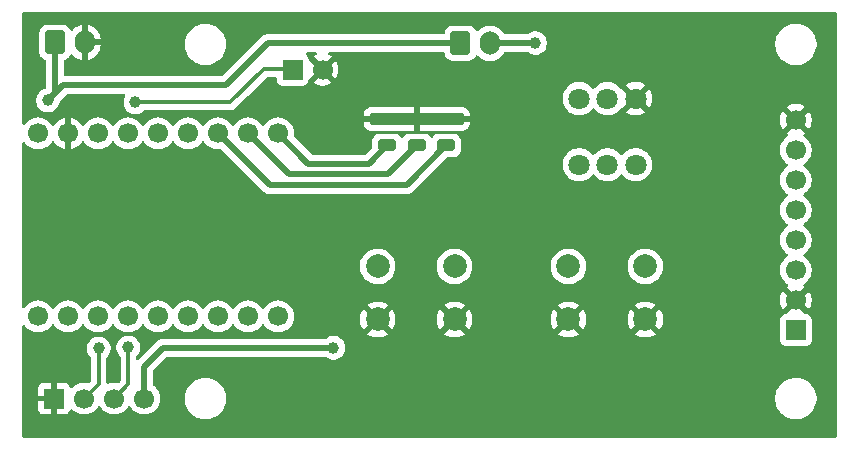
<source format=gbr>
%TF.GenerationSoftware,KiCad,Pcbnew,9.0.6*%
%TF.CreationDate,2026-01-23T02:05:32+03:00*%
%TF.ProjectId,control_panel,636f6e74-726f-46c5-9f70-616e656c2e6b,rev?*%
%TF.SameCoordinates,Original*%
%TF.FileFunction,Copper,L1,Top*%
%TF.FilePolarity,Positive*%
%FSLAX46Y46*%
G04 Gerber Fmt 4.6, Leading zero omitted, Abs format (unit mm)*
G04 Created by KiCad (PCBNEW 9.0.6) date 2026-01-23 02:05:32*
%MOMM*%
%LPD*%
G01*
G04 APERTURE LIST*
G04 Aperture macros list*
%AMRoundRect*
0 Rectangle with rounded corners*
0 $1 Rounding radius*
0 $2 $3 $4 $5 $6 $7 $8 $9 X,Y pos of 4 corners*
0 Add a 4 corners polygon primitive as box body*
4,1,4,$2,$3,$4,$5,$6,$7,$8,$9,$2,$3,0*
0 Add four circle primitives for the rounded corners*
1,1,$1+$1,$2,$3*
1,1,$1+$1,$4,$5*
1,1,$1+$1,$6,$7*
1,1,$1+$1,$8,$9*
0 Add four rect primitives between the rounded corners*
20,1,$1+$1,$2,$3,$4,$5,0*
20,1,$1+$1,$4,$5,$6,$7,0*
20,1,$1+$1,$6,$7,$8,$9,0*
20,1,$1+$1,$8,$9,$2,$3,0*%
G04 Aperture macros list end*
%TA.AperFunction,ComponentPad*%
%ADD10C,1.700000*%
%TD*%
%TA.AperFunction,ComponentPad*%
%ADD11O,1.700000X2.000000*%
%TD*%
%TA.AperFunction,ComponentPad*%
%ADD12RoundRect,0.250000X-0.600000X-0.750000X0.600000X-0.750000X0.600000X0.750000X-0.600000X0.750000X0*%
%TD*%
%TA.AperFunction,SMDPad,CuDef*%
%ADD13RoundRect,0.150000X-0.600000X0.350000X-0.600000X-0.350000X0.600000X-0.350000X0.600000X0.350000X0*%
%TD*%
%TA.AperFunction,SMDPad,CuDef*%
%ADD14RoundRect,0.150000X-3.850000X0.350000X-3.850000X-0.350000X3.850000X-0.350000X3.850000X0.350000X0*%
%TD*%
%TA.AperFunction,ComponentPad*%
%ADD15C,2.000000*%
%TD*%
%TA.AperFunction,ComponentPad*%
%ADD16C,1.800000*%
%TD*%
%TA.AperFunction,ComponentPad*%
%ADD17R,1.700000X1.700000*%
%TD*%
%TA.AperFunction,ViaPad*%
%ADD18C,1.000000*%
%TD*%
%TA.AperFunction,Conductor*%
%ADD19C,0.500000*%
%TD*%
%TA.AperFunction,Conductor*%
%ADD20C,0.300000*%
%TD*%
G04 APERTURE END LIST*
D10*
%TO.P,ESPMC1,TX,TX*%
%TO.N,unconnected-(ESPMC1-PadTX)*%
X51835000Y-76250000D03*
%TO.P,ESPMC1,RX,RX*%
%TO.N,unconnected-(ESPMC1-PadRX)*%
X54375000Y-76250000D03*
%TO.P,ESPMC1,GND,GND*%
%TO.N,GND*%
X54375000Y-60750000D03*
%TO.P,ESPMC1,13,GP13*%
%TO.N,/BUZZER*%
X59455000Y-60750000D03*
%TO.P,ESPMC1,12,GP12*%
%TO.N,/CNCL_RSET*%
X61995000Y-60750000D03*
%TO.P,ESPMC1,11,GP11*%
%TO.N,/RESERVED*%
X64535000Y-60750000D03*
%TO.P,ESPMC1,10,GP10*%
%TO.N,/WH_DIR2*%
X67075000Y-60750000D03*
%TO.P,ESPMC1,9,GP9*%
%TO.N,/WH_SW*%
X69615000Y-60750000D03*
%TO.P,ESPMC1,8,GP8*%
%TO.N,/WH_DIR1*%
X72155000Y-60750000D03*
%TO.P,ESPMC1,7,GP7*%
%TO.N,/LCD_SCL*%
X72155000Y-76250000D03*
%TO.P,ESPMC1,6,GP6*%
%TO.N,/LCD_SDA*%
X69615000Y-76250000D03*
%TO.P,ESPMC1,5V,5V*%
%TO.N,/+5V*%
X51835000Y-60750000D03*
%TO.P,ESPMC1,5,GP5*%
%TO.N,/LCD_RST*%
X67075000Y-76250000D03*
%TO.P,ESPMC1,4,GP4*%
%TO.N,/LCD_DC*%
X64535000Y-76250000D03*
%TO.P,ESPMC1,3V3,3V3(OUT)*%
%TO.N,/3V3+*%
X56915000Y-60750000D03*
%TO.P,ESPMC1,3,GP3*%
%TO.N,/LCD_BL*%
X61995000Y-76250000D03*
%TO.P,ESPMC1,2,GP2*%
%TO.N,/IN2_LEDS*%
X59455000Y-76250000D03*
%TO.P,ESPMC1,1,GP1*%
%TO.N,/IN1_FAN*%
X56915000Y-76250000D03*
%TD*%
D11*
%TO.P,Inspection_Light1,2,Pin_2*%
%TO.N,/INSP_LIGHT_GND*%
X90100000Y-53125000D03*
D12*
%TO.P,Inspection_Light1,1,Pin_1*%
%TO.N,/+5V*%
X87600000Y-53125000D03*
%TD*%
D13*
%TO.P,SW_TWT_Start_Pause_Adjust1,1,WH_DIR1*%
%TO.N,/WH_DIR2*%
X86400000Y-61775000D03*
%TO.P,SW_TWT_Start_Pause_Adjust1,2,SW*%
%TO.N,/WH_SW*%
X83900000Y-61775000D03*
%TO.P,SW_TWT_Start_Pause_Adjust1,3,WH_DIR2*%
%TO.N,/WH_DIR1*%
X81400000Y-61775000D03*
D14*
%TO.P,SW_TWT_Start_Pause_Adjust1,C,COM*%
%TO.N,GND*%
X83900000Y-59525000D03*
%TD*%
D15*
%TO.P,SW_RESERVED1,2,2*%
%TO.N,GND*%
X103250000Y-76500000D03*
X96750000Y-76500000D03*
%TO.P,SW_RESERVED1,1,1*%
%TO.N,/RESERVED*%
X103250000Y-72000000D03*
X96750000Y-72000000D03*
%TD*%
D16*
%TO.P,SW_Inspection_Light1,1,A*%
%TO.N,unconnected-(SW_Inspection_Light1-A-Pad1)*%
X97650000Y-63400000D03*
%TO.P,SW_Inspection_Light1,2,B*%
%TO.N,unconnected-(SW_Inspection_Light1-B-Pad2)*%
X100050000Y-63400000D03*
%TO.P,SW_Inspection_Light1,3,C*%
%TO.N,unconnected-(SW_Inspection_Light1-C-Pad3)*%
X102450000Y-63400000D03*
%TO.P,SW_Inspection_Light1,4,A*%
%TO.N,GND*%
X102450000Y-57800000D03*
%TO.P,SW_Inspection_Light1,5,B*%
%TO.N,/INSP_LIGHT_GND*%
X100050000Y-57800000D03*
%TO.P,SW_Inspection_Light1,6,C*%
%TO.N,unconnected-(SW_Inspection_Light1-C-Pad6)*%
X97650000Y-57800000D03*
%TD*%
D17*
%TO.P,Relay_2CH1,1,Pin_1*%
%TO.N,GND*%
X53205000Y-83200000D03*
D10*
%TO.P,Relay_2CH1,2,Pin_2*%
%TO.N,/IN1_FAN*%
X55745000Y-83200000D03*
%TO.P,Relay_2CH1,3,Pin_3*%
%TO.N,/IN2_LEDS*%
X58285000Y-83200000D03*
%TO.P,Relay_2CH1,4,Pin_4*%
%TO.N,/3V3+*%
X60825000Y-83200000D03*
%TD*%
D15*
%TO.P,SW_Cancel_Reset1,1,1*%
%TO.N,/CNCL_RSET*%
X80600000Y-72000000D03*
X87100000Y-72000000D03*
%TO.P,SW_Cancel_Reset1,2,2*%
%TO.N,GND*%
X80600000Y-76500000D03*
X87100000Y-76500000D03*
%TD*%
D12*
%TO.P,5VGND1,1,Pin_1*%
%TO.N,/+5V*%
X53300000Y-53050000D03*
D11*
%TO.P,5VGND1,2,Pin_2*%
%TO.N,GND*%
X55800000Y-53050000D03*
%TD*%
D17*
%TO.P,ST7789_Socket1,1,Pin_1*%
%TO.N,/LCD_BL*%
X116000000Y-77400000D03*
D10*
%TO.P,ST7789_Socket1,2,Pin_2*%
%TO.N,GND*%
X116000000Y-74860000D03*
%TO.P,ST7789_Socket1,3,Pin_3*%
%TO.N,/LCD_DC*%
X116000000Y-72320000D03*
%TO.P,ST7789_Socket1,4,Pin_4*%
%TO.N,/LCD_RST*%
X116000000Y-69780000D03*
%TO.P,ST7789_Socket1,5,Pin_5*%
%TO.N,/LCD_SDA*%
X116000000Y-67240000D03*
%TO.P,ST7789_Socket1,6,Pin_6*%
%TO.N,/LCD_SCL*%
X116000000Y-64700000D03*
%TO.P,ST7789_Socket1,7,Pin_7*%
%TO.N,/3V3+*%
X116000000Y-62160000D03*
%TO.P,ST7789_Socket1,8,Pin_8*%
%TO.N,GND*%
X116000000Y-59620000D03*
%TD*%
D17*
%TO.P,Buzzer_Conn_01x02_1,1,+*%
%TO.N,/BUZZER*%
X73385000Y-55350000D03*
D10*
%TO.P,Buzzer_Conn_01x02_1,2,-*%
%TO.N,GND*%
X75925000Y-55350000D03*
%TD*%
D18*
%TO.N,/INSP_LIGHT_GND*%
X93925000Y-53100000D03*
%TO.N,/BUZZER*%
X60075000Y-58125000D03*
%TO.N,/3V3+*%
X76850000Y-78900000D03*
%TO.N,GND*%
X55075000Y-57900000D03*
%TO.N,/+5V*%
X52675000Y-57950000D03*
%TO.N,/IN2_LEDS*%
X59475000Y-78875000D03*
%TO.N,/IN1_FAN*%
X56975000Y-78950000D03*
%TD*%
D19*
%TO.N,/INSP_LIGHT_GND*%
X93900000Y-53125000D02*
X93925000Y-53100000D01*
X90100000Y-53125000D02*
X93900000Y-53125000D01*
D20*
%TO.N,/BUZZER*%
X60075000Y-58125000D02*
X68125000Y-58125000D01*
X73335000Y-55300000D02*
X73385000Y-55350000D01*
X68125000Y-58125000D02*
X70950000Y-55300000D01*
X70950000Y-55300000D02*
X73335000Y-55300000D01*
D19*
%TO.N,/+5V*%
X52675000Y-57950000D02*
X53950000Y-56675000D01*
X71275000Y-53125000D02*
X87600000Y-53125000D01*
X53950000Y-56675000D02*
X67725000Y-56675000D01*
X67725000Y-56675000D02*
X71275000Y-53125000D01*
D20*
%TO.N,/IN1_FAN*%
X55745000Y-83200000D02*
X56975000Y-81970000D01*
X56975000Y-81970000D02*
X56975000Y-78950000D01*
%TO.N,/IN2_LEDS*%
X58285000Y-83200000D02*
X59475000Y-82010000D01*
X59475000Y-82010000D02*
X59475000Y-78875000D01*
D19*
%TO.N,/3V3+*%
X60825000Y-83200000D02*
X60825000Y-80500000D01*
X60825000Y-80500000D02*
X62425000Y-78900000D01*
X62425000Y-78900000D02*
X76850000Y-78900000D01*
%TO.N,/WH_DIR2*%
X67075000Y-60750000D02*
X71451999Y-65126999D01*
X83048001Y-65126999D02*
X86400000Y-61775000D01*
X71451999Y-65126999D02*
X83048001Y-65126999D01*
%TO.N,/WH_SW*%
X69615000Y-60750000D02*
X73091000Y-64226000D01*
X73091000Y-64226000D02*
X81449000Y-64226000D01*
X81449000Y-64226000D02*
X83900000Y-61775000D01*
%TO.N,/WH_DIR1*%
X78800000Y-63325000D02*
X79850000Y-63325000D01*
X81400000Y-61775000D02*
X79850000Y-63325000D01*
X74730000Y-63325000D02*
X78800000Y-63325000D01*
X72155000Y-60750000D02*
X74730000Y-63325000D01*
%TO.N,/+5V*%
X52675000Y-57950000D02*
X53300000Y-57325000D01*
X53300000Y-57325000D02*
X53300000Y-53050000D01*
D20*
%TO.N,/IN2_LEDS*%
X59475000Y-78875000D02*
X59560000Y-78960000D01*
%TO.N,/IN1_FAN*%
X56975000Y-78950000D02*
X57020000Y-78995000D01*
%TD*%
%TA.AperFunction,Conductor*%
%TO.N,GND*%
G36*
X75395780Y-53895185D02*
G01*
X75441535Y-53947989D01*
X75451479Y-54017147D01*
X75422454Y-54080703D01*
X75385036Y-54109984D01*
X75217448Y-54195375D01*
X75217440Y-54195380D01*
X75163282Y-54234727D01*
X75163282Y-54234728D01*
X75795591Y-54867037D01*
X75732007Y-54884075D01*
X75617993Y-54949901D01*
X75524901Y-55042993D01*
X75459075Y-55157007D01*
X75442037Y-55220591D01*
X74771818Y-54550372D01*
X74738333Y-54489049D01*
X74735499Y-54462691D01*
X74735499Y-54452129D01*
X74735498Y-54452123D01*
X74735497Y-54452116D01*
X74729091Y-54392517D01*
X74714956Y-54354620D01*
X74678797Y-54257671D01*
X74678793Y-54257664D01*
X74616619Y-54174612D01*
X74592546Y-54142454D01*
X74534186Y-54098765D01*
X74492316Y-54042833D01*
X74487332Y-53973141D01*
X74520817Y-53911818D01*
X74582141Y-53878334D01*
X74608498Y-53875500D01*
X75328741Y-53875500D01*
X75395780Y-53895185D01*
G37*
%TD.AperFunction*%
%TA.AperFunction,Conductor*%
G36*
X119442539Y-50520185D02*
G01*
X119488294Y-50572989D01*
X119499500Y-50624500D01*
X119499500Y-86375500D01*
X119479815Y-86442539D01*
X119427011Y-86488294D01*
X119375500Y-86499500D01*
X50624500Y-86499500D01*
X50557461Y-86479815D01*
X50511706Y-86427011D01*
X50500500Y-86375500D01*
X50500500Y-82302155D01*
X51855000Y-82302155D01*
X51855000Y-82950000D01*
X52771988Y-82950000D01*
X52739075Y-83007007D01*
X52705000Y-83134174D01*
X52705000Y-83265826D01*
X52739075Y-83392993D01*
X52771988Y-83450000D01*
X51855000Y-83450000D01*
X51855000Y-84097844D01*
X51861401Y-84157372D01*
X51861403Y-84157379D01*
X51911645Y-84292086D01*
X51911649Y-84292093D01*
X51997809Y-84407187D01*
X51997812Y-84407190D01*
X52112906Y-84493350D01*
X52112913Y-84493354D01*
X52247620Y-84543596D01*
X52247627Y-84543598D01*
X52307155Y-84549999D01*
X52307172Y-84550000D01*
X52955000Y-84550000D01*
X52955000Y-83633012D01*
X53012007Y-83665925D01*
X53139174Y-83700000D01*
X53270826Y-83700000D01*
X53397993Y-83665925D01*
X53455000Y-83633012D01*
X53455000Y-84550000D01*
X54102828Y-84550000D01*
X54102844Y-84549999D01*
X54162372Y-84543598D01*
X54162379Y-84543596D01*
X54297086Y-84493354D01*
X54297093Y-84493350D01*
X54412187Y-84407190D01*
X54412190Y-84407187D01*
X54498350Y-84292093D01*
X54498354Y-84292086D01*
X54547422Y-84160529D01*
X54589293Y-84104595D01*
X54654757Y-84080178D01*
X54723030Y-84095030D01*
X54751285Y-84116181D01*
X54865213Y-84230109D01*
X55037179Y-84355048D01*
X55037181Y-84355049D01*
X55037184Y-84355051D01*
X55226588Y-84451557D01*
X55428757Y-84517246D01*
X55638713Y-84550500D01*
X55638714Y-84550500D01*
X55851286Y-84550500D01*
X55851287Y-84550500D01*
X56061243Y-84517246D01*
X56263412Y-84451557D01*
X56452816Y-84355051D01*
X56539471Y-84292093D01*
X56624786Y-84230109D01*
X56624788Y-84230106D01*
X56624792Y-84230104D01*
X56775104Y-84079792D01*
X56775106Y-84079788D01*
X56775109Y-84079786D01*
X56900048Y-83907820D01*
X56900047Y-83907820D01*
X56900051Y-83907816D01*
X56904514Y-83899054D01*
X56952488Y-83848259D01*
X57020308Y-83831463D01*
X57086444Y-83853999D01*
X57125486Y-83899056D01*
X57129951Y-83907820D01*
X57254890Y-84079786D01*
X57405213Y-84230109D01*
X57577179Y-84355048D01*
X57577181Y-84355049D01*
X57577184Y-84355051D01*
X57766588Y-84451557D01*
X57968757Y-84517246D01*
X58178713Y-84550500D01*
X58178714Y-84550500D01*
X58391286Y-84550500D01*
X58391287Y-84550500D01*
X58601243Y-84517246D01*
X58803412Y-84451557D01*
X58992816Y-84355051D01*
X59079471Y-84292093D01*
X59164786Y-84230109D01*
X59164788Y-84230106D01*
X59164792Y-84230104D01*
X59315104Y-84079792D01*
X59315106Y-84079788D01*
X59315109Y-84079786D01*
X59440048Y-83907820D01*
X59440047Y-83907820D01*
X59440051Y-83907816D01*
X59444514Y-83899054D01*
X59492488Y-83848259D01*
X59560308Y-83831463D01*
X59626444Y-83853999D01*
X59665486Y-83899056D01*
X59669951Y-83907820D01*
X59794890Y-84079786D01*
X59945213Y-84230109D01*
X60117179Y-84355048D01*
X60117181Y-84355049D01*
X60117184Y-84355051D01*
X60306588Y-84451557D01*
X60508757Y-84517246D01*
X60718713Y-84550500D01*
X60718714Y-84550500D01*
X60931286Y-84550500D01*
X60931287Y-84550500D01*
X61141243Y-84517246D01*
X61343412Y-84451557D01*
X61532816Y-84355051D01*
X61619471Y-84292093D01*
X61704786Y-84230109D01*
X61704788Y-84230106D01*
X61704792Y-84230104D01*
X61855104Y-84079792D01*
X61855106Y-84079788D01*
X61855109Y-84079786D01*
X61980048Y-83907820D01*
X61980047Y-83907820D01*
X61980051Y-83907816D01*
X62076557Y-83718412D01*
X62142246Y-83516243D01*
X62175500Y-83306287D01*
X62175500Y-83093713D01*
X62174161Y-83085258D01*
X64249500Y-83085258D01*
X64249500Y-83314741D01*
X64259803Y-83392993D01*
X64279452Y-83542238D01*
X64321724Y-83700000D01*
X64338842Y-83763887D01*
X64426650Y-83975876D01*
X64426657Y-83975890D01*
X64541392Y-84174617D01*
X64681081Y-84356661D01*
X64681089Y-84356670D01*
X64843330Y-84518911D01*
X64843338Y-84518918D01*
X64843339Y-84518919D01*
X64875501Y-84543598D01*
X65025382Y-84658607D01*
X65025385Y-84658608D01*
X65025388Y-84658611D01*
X65224112Y-84773344D01*
X65224117Y-84773346D01*
X65224123Y-84773349D01*
X65315480Y-84811190D01*
X65436113Y-84861158D01*
X65657762Y-84920548D01*
X65885266Y-84950500D01*
X65885273Y-84950500D01*
X66114727Y-84950500D01*
X66114734Y-84950500D01*
X66342238Y-84920548D01*
X66563887Y-84861158D01*
X66775888Y-84773344D01*
X66974612Y-84658611D01*
X67156661Y-84518919D01*
X67156665Y-84518914D01*
X67156670Y-84518911D01*
X67318911Y-84356670D01*
X67318914Y-84356665D01*
X67318919Y-84356661D01*
X67458611Y-84174612D01*
X67573344Y-83975888D01*
X67661158Y-83763887D01*
X67720548Y-83542238D01*
X67750500Y-83314734D01*
X67750500Y-83085266D01*
X67750499Y-83085258D01*
X114249500Y-83085258D01*
X114249500Y-83314741D01*
X114259803Y-83392993D01*
X114279452Y-83542238D01*
X114321724Y-83700000D01*
X114338842Y-83763887D01*
X114426650Y-83975876D01*
X114426657Y-83975890D01*
X114541392Y-84174617D01*
X114681081Y-84356661D01*
X114681089Y-84356670D01*
X114843330Y-84518911D01*
X114843338Y-84518918D01*
X114843339Y-84518919D01*
X114875501Y-84543598D01*
X115025382Y-84658607D01*
X115025385Y-84658608D01*
X115025388Y-84658611D01*
X115224112Y-84773344D01*
X115224117Y-84773346D01*
X115224123Y-84773349D01*
X115315480Y-84811190D01*
X115436113Y-84861158D01*
X115657762Y-84920548D01*
X115885266Y-84950500D01*
X115885273Y-84950500D01*
X116114727Y-84950500D01*
X116114734Y-84950500D01*
X116342238Y-84920548D01*
X116563887Y-84861158D01*
X116775888Y-84773344D01*
X116974612Y-84658611D01*
X117156661Y-84518919D01*
X117156665Y-84518914D01*
X117156670Y-84518911D01*
X117318911Y-84356670D01*
X117318914Y-84356665D01*
X117318919Y-84356661D01*
X117458611Y-84174612D01*
X117573344Y-83975888D01*
X117661158Y-83763887D01*
X117720548Y-83542238D01*
X117750500Y-83314734D01*
X117750500Y-83085266D01*
X117720548Y-82857762D01*
X117661158Y-82636113D01*
X117611190Y-82515480D01*
X117573349Y-82424123D01*
X117573346Y-82424117D01*
X117573344Y-82424112D01*
X117458611Y-82225388D01*
X117458608Y-82225385D01*
X117458607Y-82225382D01*
X117318918Y-82043338D01*
X117318911Y-82043330D01*
X117156670Y-81881089D01*
X117156661Y-81881081D01*
X116974617Y-81741392D01*
X116775890Y-81626657D01*
X116775876Y-81626650D01*
X116563887Y-81538842D01*
X116342238Y-81479452D01*
X116304215Y-81474446D01*
X116114741Y-81449500D01*
X116114734Y-81449500D01*
X115885266Y-81449500D01*
X115885258Y-81449500D01*
X115668715Y-81478009D01*
X115657762Y-81479452D01*
X115564076Y-81504554D01*
X115436112Y-81538842D01*
X115224123Y-81626650D01*
X115224109Y-81626657D01*
X115025382Y-81741392D01*
X114843338Y-81881081D01*
X114681081Y-82043338D01*
X114541392Y-82225382D01*
X114426657Y-82424109D01*
X114426650Y-82424123D01*
X114338842Y-82636112D01*
X114279453Y-82857759D01*
X114279451Y-82857770D01*
X114249500Y-83085258D01*
X67750499Y-83085258D01*
X67720548Y-82857762D01*
X67661158Y-82636113D01*
X67611190Y-82515480D01*
X67573349Y-82424123D01*
X67573346Y-82424117D01*
X67573344Y-82424112D01*
X67458611Y-82225388D01*
X67458608Y-82225385D01*
X67458607Y-82225382D01*
X67318918Y-82043338D01*
X67318911Y-82043330D01*
X67156670Y-81881089D01*
X67156661Y-81881081D01*
X66974617Y-81741392D01*
X66775890Y-81626657D01*
X66775876Y-81626650D01*
X66563887Y-81538842D01*
X66342238Y-81479452D01*
X66304215Y-81474446D01*
X66114741Y-81449500D01*
X66114734Y-81449500D01*
X65885266Y-81449500D01*
X65885258Y-81449500D01*
X65668715Y-81478009D01*
X65657762Y-81479452D01*
X65564076Y-81504554D01*
X65436112Y-81538842D01*
X65224123Y-81626650D01*
X65224109Y-81626657D01*
X65025382Y-81741392D01*
X64843338Y-81881081D01*
X64681081Y-82043338D01*
X64541392Y-82225382D01*
X64426657Y-82424109D01*
X64426650Y-82424123D01*
X64338842Y-82636112D01*
X64279453Y-82857759D01*
X64279451Y-82857770D01*
X64249500Y-83085258D01*
X62174161Y-83085258D01*
X62142246Y-82883757D01*
X62076557Y-82681588D01*
X61980051Y-82492184D01*
X61980049Y-82492181D01*
X61980048Y-82492179D01*
X61855109Y-82320213D01*
X61704794Y-82169898D01*
X61704788Y-82169893D01*
X61626615Y-82113097D01*
X61583949Y-82057767D01*
X61575500Y-82012779D01*
X61575500Y-80862230D01*
X61595185Y-80795191D01*
X61611819Y-80774549D01*
X62699549Y-79686819D01*
X62760872Y-79653334D01*
X62787230Y-79650500D01*
X76135390Y-79650500D01*
X76202429Y-79670185D01*
X76209358Y-79675228D01*
X76376079Y-79786628D01*
X76376092Y-79786635D01*
X76523313Y-79847615D01*
X76558165Y-79862051D01*
X76558169Y-79862051D01*
X76558170Y-79862052D01*
X76751456Y-79900500D01*
X76751459Y-79900500D01*
X76948543Y-79900500D01*
X77083252Y-79873704D01*
X77141835Y-79862051D01*
X77323914Y-79786632D01*
X77487782Y-79677139D01*
X77627139Y-79537782D01*
X77736632Y-79373914D01*
X77812051Y-79191835D01*
X77840554Y-79048543D01*
X77850500Y-78998543D01*
X77850500Y-78801456D01*
X77812052Y-78608170D01*
X77812051Y-78608169D01*
X77812051Y-78608165D01*
X77764073Y-78492335D01*
X77736635Y-78426092D01*
X77736628Y-78426079D01*
X77627139Y-78262218D01*
X77627136Y-78262214D01*
X77487785Y-78122863D01*
X77487781Y-78122860D01*
X77323920Y-78013371D01*
X77323907Y-78013364D01*
X77141839Y-77937950D01*
X77141829Y-77937947D01*
X76948543Y-77899500D01*
X76948541Y-77899500D01*
X76751459Y-77899500D01*
X76751457Y-77899500D01*
X76558170Y-77937947D01*
X76558160Y-77937950D01*
X76376092Y-78013364D01*
X76376079Y-78013371D01*
X76207153Y-78126245D01*
X76206132Y-78124717D01*
X76149745Y-78148666D01*
X76135390Y-78149500D01*
X62351076Y-78149500D01*
X62322242Y-78155234D01*
X62322243Y-78155235D01*
X62206093Y-78178339D01*
X62206083Y-78178342D01*
X62126081Y-78211479D01*
X62126082Y-78211480D01*
X62069509Y-78234914D01*
X62069498Y-78234920D01*
X62042126Y-78253210D01*
X62042125Y-78253211D01*
X61946579Y-78317051D01*
X61946578Y-78317052D01*
X60337181Y-79926450D01*
X60317744Y-79937062D01*
X60301011Y-79951563D01*
X60287679Y-79953479D01*
X60275858Y-79959935D01*
X60253771Y-79958355D01*
X60231853Y-79961507D01*
X60219601Y-79955911D01*
X60206166Y-79954951D01*
X60188439Y-79941680D01*
X60168297Y-79932482D01*
X60161014Y-79921150D01*
X60150233Y-79913079D01*
X60142495Y-79892333D01*
X60130523Y-79873704D01*
X60127371Y-79851785D01*
X60125816Y-79847615D01*
X60125500Y-79838769D01*
X60125500Y-79690783D01*
X60145185Y-79623744D01*
X60161814Y-79603106D01*
X60252139Y-79512782D01*
X60361632Y-79348914D01*
X60437051Y-79166835D01*
X60460581Y-79048543D01*
X60475500Y-78973543D01*
X60475500Y-78776456D01*
X60437052Y-78583170D01*
X60437051Y-78583169D01*
X60437051Y-78583165D01*
X60437049Y-78583160D01*
X60361635Y-78401092D01*
X60361628Y-78401079D01*
X60252139Y-78237218D01*
X60252136Y-78237214D01*
X60112785Y-78097863D01*
X60112781Y-78097860D01*
X59948920Y-77988371D01*
X59948907Y-77988364D01*
X59766839Y-77912950D01*
X59766829Y-77912947D01*
X59573543Y-77874500D01*
X59573541Y-77874500D01*
X59376459Y-77874500D01*
X59376457Y-77874500D01*
X59183170Y-77912947D01*
X59183160Y-77912950D01*
X59001092Y-77988364D01*
X59001079Y-77988371D01*
X58837218Y-78097860D01*
X58837214Y-78097863D01*
X58697863Y-78237214D01*
X58697860Y-78237218D01*
X58588371Y-78401079D01*
X58588364Y-78401092D01*
X58512950Y-78583160D01*
X58512947Y-78583170D01*
X58474500Y-78776456D01*
X58474500Y-78776459D01*
X58474500Y-78973541D01*
X58474500Y-78973543D01*
X58474499Y-78973543D01*
X58512947Y-79166829D01*
X58512950Y-79166839D01*
X58588364Y-79348907D01*
X58588371Y-79348920D01*
X58697859Y-79512780D01*
X58697860Y-79512781D01*
X58697861Y-79512782D01*
X58788182Y-79603103D01*
X58821666Y-79664424D01*
X58824500Y-79690783D01*
X58824500Y-81689192D01*
X58815855Y-81718629D01*
X58809332Y-81748620D01*
X58805576Y-81753636D01*
X58804815Y-81756231D01*
X58788185Y-81776868D01*
X58741440Y-81823614D01*
X58715711Y-81849343D01*
X58654387Y-81882827D01*
X58606244Y-81882317D01*
X58606055Y-81883516D01*
X58501111Y-81866894D01*
X58391287Y-81849500D01*
X58178713Y-81849500D01*
X58139202Y-81855757D01*
X57968759Y-81882753D01*
X57787818Y-81941545D01*
X57717977Y-81943540D01*
X57658144Y-81907460D01*
X57627316Y-81844759D01*
X57625500Y-81823614D01*
X57625500Y-79765783D01*
X57645185Y-79698744D01*
X57661814Y-79678106D01*
X57752139Y-79587782D01*
X57861632Y-79423914D01*
X57937051Y-79241835D01*
X57975500Y-79048541D01*
X57975500Y-78851459D01*
X57975500Y-78851456D01*
X57937052Y-78658170D01*
X57937051Y-78658169D01*
X57937051Y-78658165D01*
X57916343Y-78608170D01*
X57861635Y-78476092D01*
X57861628Y-78476079D01*
X57752139Y-78312218D01*
X57752136Y-78312214D01*
X57612785Y-78172863D01*
X57612781Y-78172860D01*
X57448920Y-78063371D01*
X57448907Y-78063364D01*
X57266839Y-77987950D01*
X57266829Y-77987947D01*
X57073543Y-77949500D01*
X57073541Y-77949500D01*
X56876459Y-77949500D01*
X56876457Y-77949500D01*
X56683170Y-77987947D01*
X56683160Y-77987950D01*
X56501092Y-78063364D01*
X56501079Y-78063371D01*
X56337218Y-78172860D01*
X56337214Y-78172863D01*
X56197863Y-78312214D01*
X56197860Y-78312218D01*
X56088371Y-78476079D01*
X56088364Y-78476092D01*
X56012950Y-78658160D01*
X56012947Y-78658170D01*
X55974500Y-78851456D01*
X55974500Y-78851459D01*
X55974500Y-79048541D01*
X55974500Y-79048543D01*
X55974499Y-79048543D01*
X56012947Y-79241829D01*
X56012950Y-79241839D01*
X56088364Y-79423907D01*
X56088371Y-79423920D01*
X56197859Y-79587780D01*
X56197860Y-79587781D01*
X56197861Y-79587782D01*
X56288182Y-79678103D01*
X56321666Y-79739424D01*
X56324500Y-79765783D01*
X56324500Y-81649191D01*
X56315855Y-81678631D01*
X56309332Y-81708618D01*
X56305577Y-81713633D01*
X56304815Y-81716230D01*
X56288181Y-81736873D01*
X56175710Y-81849343D01*
X56114387Y-81882827D01*
X56066245Y-81882315D01*
X56066055Y-81883516D01*
X55961111Y-81866894D01*
X55851287Y-81849500D01*
X55638713Y-81849500D01*
X55590042Y-81857208D01*
X55428760Y-81882753D01*
X55226585Y-81948444D01*
X55037179Y-82044951D01*
X54865215Y-82169889D01*
X54751285Y-82283819D01*
X54689962Y-82317303D01*
X54620270Y-82312319D01*
X54564337Y-82270447D01*
X54547422Y-82239470D01*
X54498354Y-82107913D01*
X54498350Y-82107906D01*
X54412190Y-81992812D01*
X54412187Y-81992809D01*
X54297093Y-81906649D01*
X54297086Y-81906645D01*
X54162379Y-81856403D01*
X54162372Y-81856401D01*
X54102844Y-81850000D01*
X53455000Y-81850000D01*
X53455000Y-82766988D01*
X53397993Y-82734075D01*
X53270826Y-82700000D01*
X53139174Y-82700000D01*
X53012007Y-82734075D01*
X52955000Y-82766988D01*
X52955000Y-81850000D01*
X52307155Y-81850000D01*
X52247627Y-81856401D01*
X52247620Y-81856403D01*
X52112913Y-81906645D01*
X52112906Y-81906649D01*
X51997812Y-81992809D01*
X51997809Y-81992812D01*
X51911649Y-82107906D01*
X51911645Y-82107913D01*
X51861403Y-82242620D01*
X51861401Y-82242627D01*
X51855000Y-82302155D01*
X50500500Y-82302155D01*
X50500500Y-77092459D01*
X50520185Y-77025420D01*
X50572989Y-76979665D01*
X50642147Y-76969721D01*
X50705703Y-76998746D01*
X50724816Y-77019571D01*
X50729066Y-77025420D01*
X50804896Y-77129792D01*
X50955213Y-77280109D01*
X51127179Y-77405048D01*
X51127181Y-77405049D01*
X51127184Y-77405051D01*
X51316588Y-77501557D01*
X51518757Y-77567246D01*
X51728713Y-77600500D01*
X51728714Y-77600500D01*
X51941286Y-77600500D01*
X51941287Y-77600500D01*
X52151243Y-77567246D01*
X52353412Y-77501557D01*
X52542816Y-77405051D01*
X52592293Y-77369104D01*
X52714786Y-77280109D01*
X52714788Y-77280106D01*
X52714792Y-77280104D01*
X52865104Y-77129792D01*
X52865106Y-77129788D01*
X52865109Y-77129786D01*
X52990048Y-76957820D01*
X52990047Y-76957820D01*
X52990051Y-76957816D01*
X52994514Y-76949054D01*
X53042488Y-76898259D01*
X53110308Y-76881463D01*
X53176444Y-76903999D01*
X53215486Y-76949056D01*
X53219951Y-76957820D01*
X53344890Y-77129786D01*
X53495213Y-77280109D01*
X53667179Y-77405048D01*
X53667181Y-77405049D01*
X53667184Y-77405051D01*
X53856588Y-77501557D01*
X54058757Y-77567246D01*
X54268713Y-77600500D01*
X54268714Y-77600500D01*
X54481286Y-77600500D01*
X54481287Y-77600500D01*
X54691243Y-77567246D01*
X54893412Y-77501557D01*
X55082816Y-77405051D01*
X55132293Y-77369104D01*
X55254786Y-77280109D01*
X55254788Y-77280106D01*
X55254792Y-77280104D01*
X55405104Y-77129792D01*
X55405106Y-77129788D01*
X55405109Y-77129786D01*
X55530048Y-76957820D01*
X55530047Y-76957820D01*
X55530051Y-76957816D01*
X55534514Y-76949054D01*
X55582488Y-76898259D01*
X55650308Y-76881463D01*
X55716444Y-76903999D01*
X55755486Y-76949056D01*
X55759951Y-76957820D01*
X55884890Y-77129786D01*
X56035213Y-77280109D01*
X56207179Y-77405048D01*
X56207181Y-77405049D01*
X56207184Y-77405051D01*
X56396588Y-77501557D01*
X56598757Y-77567246D01*
X56808713Y-77600500D01*
X56808714Y-77600500D01*
X57021286Y-77600500D01*
X57021287Y-77600500D01*
X57231243Y-77567246D01*
X57433412Y-77501557D01*
X57622816Y-77405051D01*
X57672293Y-77369104D01*
X57794786Y-77280109D01*
X57794788Y-77280106D01*
X57794792Y-77280104D01*
X57945104Y-77129792D01*
X57945106Y-77129788D01*
X57945109Y-77129786D01*
X58070048Y-76957820D01*
X58070047Y-76957820D01*
X58070051Y-76957816D01*
X58074514Y-76949054D01*
X58122488Y-76898259D01*
X58190308Y-76881463D01*
X58256444Y-76903999D01*
X58295486Y-76949056D01*
X58299951Y-76957820D01*
X58424890Y-77129786D01*
X58575213Y-77280109D01*
X58747179Y-77405048D01*
X58747181Y-77405049D01*
X58747184Y-77405051D01*
X58936588Y-77501557D01*
X59138757Y-77567246D01*
X59348713Y-77600500D01*
X59348714Y-77600500D01*
X59561286Y-77600500D01*
X59561287Y-77600500D01*
X59771243Y-77567246D01*
X59973412Y-77501557D01*
X60162816Y-77405051D01*
X60212293Y-77369104D01*
X60334786Y-77280109D01*
X60334788Y-77280106D01*
X60334792Y-77280104D01*
X60485104Y-77129792D01*
X60485106Y-77129788D01*
X60485109Y-77129786D01*
X60610048Y-76957820D01*
X60610047Y-76957820D01*
X60610051Y-76957816D01*
X60614514Y-76949054D01*
X60662488Y-76898259D01*
X60730308Y-76881463D01*
X60796444Y-76903999D01*
X60835486Y-76949056D01*
X60839951Y-76957820D01*
X60964890Y-77129786D01*
X61115213Y-77280109D01*
X61287179Y-77405048D01*
X61287181Y-77405049D01*
X61287184Y-77405051D01*
X61476588Y-77501557D01*
X61678757Y-77567246D01*
X61888713Y-77600500D01*
X61888714Y-77600500D01*
X62101286Y-77600500D01*
X62101287Y-77600500D01*
X62311243Y-77567246D01*
X62513412Y-77501557D01*
X62702816Y-77405051D01*
X62752293Y-77369104D01*
X62874786Y-77280109D01*
X62874788Y-77280106D01*
X62874792Y-77280104D01*
X63025104Y-77129792D01*
X63025106Y-77129788D01*
X63025109Y-77129786D01*
X63150048Y-76957820D01*
X63150047Y-76957820D01*
X63150051Y-76957816D01*
X63154514Y-76949054D01*
X63202488Y-76898259D01*
X63270308Y-76881463D01*
X63336444Y-76903999D01*
X63375486Y-76949056D01*
X63379951Y-76957820D01*
X63504890Y-77129786D01*
X63655213Y-77280109D01*
X63827179Y-77405048D01*
X63827181Y-77405049D01*
X63827184Y-77405051D01*
X64016588Y-77501557D01*
X64218757Y-77567246D01*
X64428713Y-77600500D01*
X64428714Y-77600500D01*
X64641286Y-77600500D01*
X64641287Y-77600500D01*
X64851243Y-77567246D01*
X65053412Y-77501557D01*
X65242816Y-77405051D01*
X65292293Y-77369104D01*
X65414786Y-77280109D01*
X65414788Y-77280106D01*
X65414792Y-77280104D01*
X65565104Y-77129792D01*
X65565106Y-77129788D01*
X65565109Y-77129786D01*
X65690048Y-76957820D01*
X65690047Y-76957820D01*
X65690051Y-76957816D01*
X65694514Y-76949054D01*
X65742488Y-76898259D01*
X65810308Y-76881463D01*
X65876444Y-76903999D01*
X65915486Y-76949056D01*
X65919951Y-76957820D01*
X66044890Y-77129786D01*
X66195213Y-77280109D01*
X66367179Y-77405048D01*
X66367181Y-77405049D01*
X66367184Y-77405051D01*
X66556588Y-77501557D01*
X66758757Y-77567246D01*
X66968713Y-77600500D01*
X66968714Y-77600500D01*
X67181286Y-77600500D01*
X67181287Y-77600500D01*
X67391243Y-77567246D01*
X67593412Y-77501557D01*
X67782816Y-77405051D01*
X67832293Y-77369104D01*
X67954786Y-77280109D01*
X67954788Y-77280106D01*
X67954792Y-77280104D01*
X68105104Y-77129792D01*
X68105106Y-77129788D01*
X68105109Y-77129786D01*
X68230048Y-76957820D01*
X68230047Y-76957820D01*
X68230051Y-76957816D01*
X68234514Y-76949054D01*
X68282488Y-76898259D01*
X68350308Y-76881463D01*
X68416444Y-76903999D01*
X68455486Y-76949056D01*
X68459951Y-76957820D01*
X68584890Y-77129786D01*
X68735213Y-77280109D01*
X68907179Y-77405048D01*
X68907181Y-77405049D01*
X68907184Y-77405051D01*
X69096588Y-77501557D01*
X69298757Y-77567246D01*
X69508713Y-77600500D01*
X69508714Y-77600500D01*
X69721286Y-77600500D01*
X69721287Y-77600500D01*
X69931243Y-77567246D01*
X70133412Y-77501557D01*
X70322816Y-77405051D01*
X70372293Y-77369104D01*
X70494786Y-77280109D01*
X70494788Y-77280106D01*
X70494792Y-77280104D01*
X70645104Y-77129792D01*
X70645106Y-77129788D01*
X70645109Y-77129786D01*
X70770048Y-76957820D01*
X70770047Y-76957820D01*
X70770051Y-76957816D01*
X70774514Y-76949054D01*
X70822488Y-76898259D01*
X70890308Y-76881463D01*
X70956444Y-76903999D01*
X70995486Y-76949056D01*
X70999951Y-76957820D01*
X71124890Y-77129786D01*
X71275213Y-77280109D01*
X71447179Y-77405048D01*
X71447181Y-77405049D01*
X71447184Y-77405051D01*
X71636588Y-77501557D01*
X71838757Y-77567246D01*
X72048713Y-77600500D01*
X72048714Y-77600500D01*
X72261286Y-77600500D01*
X72261287Y-77600500D01*
X72471243Y-77567246D01*
X72673412Y-77501557D01*
X72862816Y-77405051D01*
X72912293Y-77369104D01*
X73034786Y-77280109D01*
X73034788Y-77280106D01*
X73034792Y-77280104D01*
X73185104Y-77129792D01*
X73185106Y-77129788D01*
X73185109Y-77129786D01*
X73310048Y-76957820D01*
X73310047Y-76957820D01*
X73310051Y-76957816D01*
X73406557Y-76768412D01*
X73472246Y-76566243D01*
X73501436Y-76381947D01*
X79100000Y-76381947D01*
X79100000Y-76618052D01*
X79136934Y-76851247D01*
X79209897Y-77075802D01*
X79317087Y-77286174D01*
X79377338Y-77369104D01*
X79377340Y-77369105D01*
X80076212Y-76670233D01*
X80087482Y-76712292D01*
X80159890Y-76837708D01*
X80262292Y-76940110D01*
X80387708Y-77012518D01*
X80429765Y-77023787D01*
X79730893Y-77722658D01*
X79813828Y-77782914D01*
X80024197Y-77890102D01*
X80248752Y-77963065D01*
X80248751Y-77963065D01*
X80481948Y-78000000D01*
X80718052Y-78000000D01*
X80951247Y-77963065D01*
X81175802Y-77890102D01*
X81386163Y-77782918D01*
X81386169Y-77782914D01*
X81469104Y-77722658D01*
X81469105Y-77722658D01*
X80770233Y-77023787D01*
X80812292Y-77012518D01*
X80937708Y-76940110D01*
X81040110Y-76837708D01*
X81112518Y-76712292D01*
X81123787Y-76670234D01*
X81822658Y-77369105D01*
X81822658Y-77369104D01*
X81882914Y-77286169D01*
X81882918Y-77286163D01*
X81990102Y-77075802D01*
X82063065Y-76851247D01*
X82100000Y-76618052D01*
X82100000Y-76381947D01*
X85600000Y-76381947D01*
X85600000Y-76618052D01*
X85636934Y-76851247D01*
X85709897Y-77075802D01*
X85817087Y-77286174D01*
X85877338Y-77369104D01*
X85877340Y-77369105D01*
X86576212Y-76670233D01*
X86587482Y-76712292D01*
X86659890Y-76837708D01*
X86762292Y-76940110D01*
X86887708Y-77012518D01*
X86929765Y-77023787D01*
X86230893Y-77722658D01*
X86313828Y-77782914D01*
X86524197Y-77890102D01*
X86748752Y-77963065D01*
X86748751Y-77963065D01*
X86981948Y-78000000D01*
X87218052Y-78000000D01*
X87451247Y-77963065D01*
X87675802Y-77890102D01*
X87886163Y-77782918D01*
X87886169Y-77782914D01*
X87969104Y-77722658D01*
X87969105Y-77722658D01*
X87270233Y-77023787D01*
X87312292Y-77012518D01*
X87437708Y-76940110D01*
X87540110Y-76837708D01*
X87612518Y-76712292D01*
X87623787Y-76670233D01*
X88322658Y-77369105D01*
X88322658Y-77369104D01*
X88382914Y-77286169D01*
X88382918Y-77286163D01*
X88490102Y-77075802D01*
X88563065Y-76851247D01*
X88600000Y-76618052D01*
X88600000Y-76381947D01*
X95250000Y-76381947D01*
X95250000Y-76618052D01*
X95286934Y-76851247D01*
X95359897Y-77075802D01*
X95467087Y-77286174D01*
X95527338Y-77369104D01*
X95527340Y-77369105D01*
X96226212Y-76670233D01*
X96237482Y-76712292D01*
X96309890Y-76837708D01*
X96412292Y-76940110D01*
X96537708Y-77012518D01*
X96579765Y-77023787D01*
X95880893Y-77722658D01*
X95963828Y-77782914D01*
X96174197Y-77890102D01*
X96398752Y-77963065D01*
X96398751Y-77963065D01*
X96631948Y-78000000D01*
X96868052Y-78000000D01*
X97101247Y-77963065D01*
X97325802Y-77890102D01*
X97536163Y-77782918D01*
X97536169Y-77782914D01*
X97619104Y-77722658D01*
X97619105Y-77722658D01*
X96920233Y-77023787D01*
X96962292Y-77012518D01*
X97087708Y-76940110D01*
X97190110Y-76837708D01*
X97262518Y-76712292D01*
X97273787Y-76670234D01*
X97972658Y-77369105D01*
X97972658Y-77369104D01*
X98032914Y-77286169D01*
X98032918Y-77286163D01*
X98140102Y-77075802D01*
X98213065Y-76851247D01*
X98250000Y-76618052D01*
X98250000Y-76381947D01*
X101750000Y-76381947D01*
X101750000Y-76618052D01*
X101786934Y-76851247D01*
X101859897Y-77075802D01*
X101967087Y-77286174D01*
X102027338Y-77369104D01*
X102027340Y-77369105D01*
X102726212Y-76670233D01*
X102737482Y-76712292D01*
X102809890Y-76837708D01*
X102912292Y-76940110D01*
X103037708Y-77012518D01*
X103079765Y-77023787D01*
X102380893Y-77722658D01*
X102463828Y-77782914D01*
X102674197Y-77890102D01*
X102898752Y-77963065D01*
X102898751Y-77963065D01*
X103131948Y-78000000D01*
X103368052Y-78000000D01*
X103601247Y-77963065D01*
X103825802Y-77890102D01*
X104036163Y-77782918D01*
X104036169Y-77782914D01*
X104119104Y-77722658D01*
X104119105Y-77722658D01*
X103420233Y-77023787D01*
X103462292Y-77012518D01*
X103587708Y-76940110D01*
X103690110Y-76837708D01*
X103762518Y-76712292D01*
X103773787Y-76670234D01*
X104472658Y-77369105D01*
X104472658Y-77369104D01*
X104532914Y-77286169D01*
X104532918Y-77286163D01*
X104640102Y-77075802D01*
X104713065Y-76851247D01*
X104750000Y-76618052D01*
X104750000Y-76381947D01*
X104713065Y-76148752D01*
X104640102Y-75924197D01*
X104532914Y-75713828D01*
X104472658Y-75630894D01*
X104472658Y-75630893D01*
X103773787Y-76329765D01*
X103762518Y-76287708D01*
X103690110Y-76162292D01*
X103587708Y-76059890D01*
X103462292Y-75987482D01*
X103420234Y-75976212D01*
X104119105Y-75277340D01*
X104119104Y-75277338D01*
X104036174Y-75217087D01*
X103825802Y-75109897D01*
X103601247Y-75036934D01*
X103601248Y-75036934D01*
X103368052Y-75000000D01*
X103131948Y-75000000D01*
X102898752Y-75036934D01*
X102674197Y-75109897D01*
X102463830Y-75217084D01*
X102380894Y-75277340D01*
X103079766Y-75976212D01*
X103037708Y-75987482D01*
X102912292Y-76059890D01*
X102809890Y-76162292D01*
X102737482Y-76287708D01*
X102726212Y-76329765D01*
X102027340Y-75630894D01*
X101967084Y-75713830D01*
X101859897Y-75924197D01*
X101786934Y-76148752D01*
X101750000Y-76381947D01*
X98250000Y-76381947D01*
X98213065Y-76148752D01*
X98140102Y-75924197D01*
X98032914Y-75713828D01*
X97972658Y-75630894D01*
X97972658Y-75630893D01*
X97273787Y-76329765D01*
X97262518Y-76287708D01*
X97190110Y-76162292D01*
X97087708Y-76059890D01*
X96962292Y-75987482D01*
X96920234Y-75976212D01*
X97619105Y-75277340D01*
X97619104Y-75277339D01*
X97536174Y-75217087D01*
X97325802Y-75109897D01*
X97101247Y-75036934D01*
X97101248Y-75036934D01*
X96868052Y-75000000D01*
X96631948Y-75000000D01*
X96398752Y-75036934D01*
X96174197Y-75109897D01*
X95963830Y-75217084D01*
X95880894Y-75277340D01*
X96579766Y-75976212D01*
X96537708Y-75987482D01*
X96412292Y-76059890D01*
X96309890Y-76162292D01*
X96237482Y-76287708D01*
X96226212Y-76329766D01*
X95527340Y-75630894D01*
X95467084Y-75713830D01*
X95359897Y-75924197D01*
X95286934Y-76148752D01*
X95250000Y-76381947D01*
X88600000Y-76381947D01*
X88563065Y-76148752D01*
X88490102Y-75924197D01*
X88382914Y-75713828D01*
X88322658Y-75630894D01*
X88322658Y-75630893D01*
X87623787Y-76329765D01*
X87612518Y-76287708D01*
X87540110Y-76162292D01*
X87437708Y-76059890D01*
X87312292Y-75987482D01*
X87270234Y-75976212D01*
X87969105Y-75277340D01*
X87969104Y-75277339D01*
X87886174Y-75217087D01*
X87675802Y-75109897D01*
X87451247Y-75036934D01*
X87451248Y-75036934D01*
X87218052Y-75000000D01*
X86981948Y-75000000D01*
X86748752Y-75036934D01*
X86524197Y-75109897D01*
X86313830Y-75217084D01*
X86230894Y-75277340D01*
X86929766Y-75976212D01*
X86887708Y-75987482D01*
X86762292Y-76059890D01*
X86659890Y-76162292D01*
X86587482Y-76287708D01*
X86576212Y-76329766D01*
X85877340Y-75630894D01*
X85817084Y-75713830D01*
X85709897Y-75924197D01*
X85636934Y-76148752D01*
X85600000Y-76381947D01*
X82100000Y-76381947D01*
X82063065Y-76148752D01*
X81990102Y-75924197D01*
X81882914Y-75713828D01*
X81822658Y-75630894D01*
X81822658Y-75630893D01*
X81123787Y-76329765D01*
X81112518Y-76287708D01*
X81040110Y-76162292D01*
X80937708Y-76059890D01*
X80812292Y-75987482D01*
X80770234Y-75976212D01*
X81469105Y-75277340D01*
X81469104Y-75277339D01*
X81386174Y-75217087D01*
X81175802Y-75109897D01*
X80951247Y-75036934D01*
X80951248Y-75036934D01*
X80718052Y-75000000D01*
X80481948Y-75000000D01*
X80248752Y-75036934D01*
X80024197Y-75109897D01*
X79813830Y-75217084D01*
X79730894Y-75277340D01*
X80429766Y-75976212D01*
X80387708Y-75987482D01*
X80262292Y-76059890D01*
X80159890Y-76162292D01*
X80087482Y-76287708D01*
X80076212Y-76329766D01*
X79377340Y-75630894D01*
X79317084Y-75713830D01*
X79209897Y-75924197D01*
X79136934Y-76148752D01*
X79100000Y-76381947D01*
X73501436Y-76381947D01*
X73505500Y-76356287D01*
X73505500Y-76143713D01*
X73472246Y-75933757D01*
X73406557Y-75731588D01*
X73310051Y-75542184D01*
X73310049Y-75542181D01*
X73310048Y-75542179D01*
X73204922Y-75397484D01*
X73185109Y-75370213D01*
X73034786Y-75219890D01*
X72862820Y-75094951D01*
X72673414Y-74998444D01*
X72673413Y-74998443D01*
X72673412Y-74998443D01*
X72471243Y-74932754D01*
X72471241Y-74932753D01*
X72471240Y-74932753D01*
X72309957Y-74907208D01*
X72261287Y-74899500D01*
X72048713Y-74899500D01*
X72000042Y-74907208D01*
X71838760Y-74932753D01*
X71636585Y-74998444D01*
X71447179Y-75094951D01*
X71275213Y-75219890D01*
X71124890Y-75370213D01*
X70999949Y-75542182D01*
X70995484Y-75550946D01*
X70947509Y-75601742D01*
X70879688Y-75618536D01*
X70813553Y-75595998D01*
X70774516Y-75550946D01*
X70770050Y-75542182D01*
X70645109Y-75370213D01*
X70494786Y-75219890D01*
X70322820Y-75094951D01*
X70133414Y-74998444D01*
X70133413Y-74998443D01*
X70133412Y-74998443D01*
X69931243Y-74932754D01*
X69931241Y-74932753D01*
X69931240Y-74932753D01*
X69769957Y-74907208D01*
X69721287Y-74899500D01*
X69508713Y-74899500D01*
X69460042Y-74907208D01*
X69298760Y-74932753D01*
X69096585Y-74998444D01*
X68907179Y-75094951D01*
X68735213Y-75219890D01*
X68584890Y-75370213D01*
X68459949Y-75542182D01*
X68455484Y-75550946D01*
X68407509Y-75601742D01*
X68339688Y-75618536D01*
X68273553Y-75595998D01*
X68234516Y-75550946D01*
X68230050Y-75542182D01*
X68105109Y-75370213D01*
X67954786Y-75219890D01*
X67782820Y-75094951D01*
X67593414Y-74998444D01*
X67593413Y-74998443D01*
X67593412Y-74998443D01*
X67391243Y-74932754D01*
X67391241Y-74932753D01*
X67391240Y-74932753D01*
X67229957Y-74907208D01*
X67181287Y-74899500D01*
X66968713Y-74899500D01*
X66920042Y-74907208D01*
X66758760Y-74932753D01*
X66556585Y-74998444D01*
X66367179Y-75094951D01*
X66195213Y-75219890D01*
X66044890Y-75370213D01*
X65919949Y-75542182D01*
X65915484Y-75550946D01*
X65867509Y-75601742D01*
X65799688Y-75618536D01*
X65733553Y-75595998D01*
X65694516Y-75550946D01*
X65690050Y-75542182D01*
X65565109Y-75370213D01*
X65414786Y-75219890D01*
X65242820Y-75094951D01*
X65053414Y-74998444D01*
X65053413Y-74998443D01*
X65053412Y-74998443D01*
X64851243Y-74932754D01*
X64851241Y-74932753D01*
X64851240Y-74932753D01*
X64689957Y-74907208D01*
X64641287Y-74899500D01*
X64428713Y-74899500D01*
X64380042Y-74907208D01*
X64218760Y-74932753D01*
X64016585Y-74998444D01*
X63827179Y-75094951D01*
X63655213Y-75219890D01*
X63504890Y-75370213D01*
X63379949Y-75542182D01*
X63375484Y-75550946D01*
X63327509Y-75601742D01*
X63259688Y-75618536D01*
X63193553Y-75595998D01*
X63154516Y-75550946D01*
X63150050Y-75542182D01*
X63025109Y-75370213D01*
X62874786Y-75219890D01*
X62702820Y-75094951D01*
X62513414Y-74998444D01*
X62513413Y-74998443D01*
X62513412Y-74998443D01*
X62311243Y-74932754D01*
X62311241Y-74932753D01*
X62311240Y-74932753D01*
X62149957Y-74907208D01*
X62101287Y-74899500D01*
X61888713Y-74899500D01*
X61840042Y-74907208D01*
X61678760Y-74932753D01*
X61476585Y-74998444D01*
X61287179Y-75094951D01*
X61115213Y-75219890D01*
X60964890Y-75370213D01*
X60839949Y-75542182D01*
X60835484Y-75550946D01*
X60787509Y-75601742D01*
X60719688Y-75618536D01*
X60653553Y-75595998D01*
X60614516Y-75550946D01*
X60610050Y-75542182D01*
X60485109Y-75370213D01*
X60334786Y-75219890D01*
X60162820Y-75094951D01*
X59973414Y-74998444D01*
X59973413Y-74998443D01*
X59973412Y-74998443D01*
X59771243Y-74932754D01*
X59771241Y-74932753D01*
X59771240Y-74932753D01*
X59609957Y-74907208D01*
X59561287Y-74899500D01*
X59348713Y-74899500D01*
X59300042Y-74907208D01*
X59138760Y-74932753D01*
X58936585Y-74998444D01*
X58747179Y-75094951D01*
X58575213Y-75219890D01*
X58424890Y-75370213D01*
X58299949Y-75542182D01*
X58295484Y-75550946D01*
X58247509Y-75601742D01*
X58179688Y-75618536D01*
X58113553Y-75595998D01*
X58074516Y-75550946D01*
X58070050Y-75542182D01*
X57945109Y-75370213D01*
X57794786Y-75219890D01*
X57622820Y-75094951D01*
X57433414Y-74998444D01*
X57433413Y-74998443D01*
X57433412Y-74998443D01*
X57231243Y-74932754D01*
X57231241Y-74932753D01*
X57231240Y-74932753D01*
X57069957Y-74907208D01*
X57021287Y-74899500D01*
X56808713Y-74899500D01*
X56760042Y-74907208D01*
X56598760Y-74932753D01*
X56396585Y-74998444D01*
X56207179Y-75094951D01*
X56035213Y-75219890D01*
X55884890Y-75370213D01*
X55759949Y-75542182D01*
X55755484Y-75550946D01*
X55707509Y-75601742D01*
X55639688Y-75618536D01*
X55573553Y-75595998D01*
X55534516Y-75550946D01*
X55530050Y-75542182D01*
X55405109Y-75370213D01*
X55254786Y-75219890D01*
X55082820Y-75094951D01*
X54893414Y-74998444D01*
X54893413Y-74998443D01*
X54893412Y-74998443D01*
X54691243Y-74932754D01*
X54691241Y-74932753D01*
X54691240Y-74932753D01*
X54529957Y-74907208D01*
X54481287Y-74899500D01*
X54268713Y-74899500D01*
X54220042Y-74907208D01*
X54058760Y-74932753D01*
X53856585Y-74998444D01*
X53667179Y-75094951D01*
X53495213Y-75219890D01*
X53344890Y-75370213D01*
X53219949Y-75542182D01*
X53215484Y-75550946D01*
X53167509Y-75601742D01*
X53099688Y-75618536D01*
X53033553Y-75595998D01*
X52994516Y-75550946D01*
X52990050Y-75542182D01*
X52865109Y-75370213D01*
X52714786Y-75219890D01*
X52542820Y-75094951D01*
X52353414Y-74998444D01*
X52353413Y-74998443D01*
X52353412Y-74998443D01*
X52151243Y-74932754D01*
X52151241Y-74932753D01*
X52151240Y-74932753D01*
X51989957Y-74907208D01*
X51941287Y-74899500D01*
X51728713Y-74899500D01*
X51680042Y-74907208D01*
X51518760Y-74932753D01*
X51316585Y-74998444D01*
X51127179Y-75094951D01*
X50955213Y-75219890D01*
X50804894Y-75370209D01*
X50804890Y-75370214D01*
X50724818Y-75480425D01*
X50669488Y-75523091D01*
X50599875Y-75529070D01*
X50538080Y-75496465D01*
X50503723Y-75435626D01*
X50500500Y-75407540D01*
X50500500Y-71881902D01*
X79099500Y-71881902D01*
X79099500Y-72118097D01*
X79136446Y-72351368D01*
X79209433Y-72575996D01*
X79240129Y-72636239D01*
X79316657Y-72786433D01*
X79455483Y-72977510D01*
X79622490Y-73144517D01*
X79813567Y-73283343D01*
X79912991Y-73334002D01*
X80024003Y-73390566D01*
X80024005Y-73390566D01*
X80024008Y-73390568D01*
X80144412Y-73429689D01*
X80248631Y-73463553D01*
X80481903Y-73500500D01*
X80481908Y-73500500D01*
X80718097Y-73500500D01*
X80951368Y-73463553D01*
X81175992Y-73390568D01*
X81386433Y-73283343D01*
X81577510Y-73144517D01*
X81744517Y-72977510D01*
X81883343Y-72786433D01*
X81990568Y-72575992D01*
X82063553Y-72351368D01*
X82100500Y-72118097D01*
X82100500Y-71881902D01*
X85599500Y-71881902D01*
X85599500Y-72118097D01*
X85636446Y-72351368D01*
X85709433Y-72575996D01*
X85740129Y-72636239D01*
X85816657Y-72786433D01*
X85955483Y-72977510D01*
X86122490Y-73144517D01*
X86313567Y-73283343D01*
X86412991Y-73334002D01*
X86524003Y-73390566D01*
X86524005Y-73390566D01*
X86524008Y-73390568D01*
X86644412Y-73429689D01*
X86748631Y-73463553D01*
X86981903Y-73500500D01*
X86981908Y-73500500D01*
X87218097Y-73500500D01*
X87451368Y-73463553D01*
X87675992Y-73390568D01*
X87886433Y-73283343D01*
X88077510Y-73144517D01*
X88244517Y-72977510D01*
X88383343Y-72786433D01*
X88490568Y-72575992D01*
X88563553Y-72351368D01*
X88600500Y-72118097D01*
X88600500Y-71881902D01*
X95249500Y-71881902D01*
X95249500Y-72118097D01*
X95286446Y-72351368D01*
X95359433Y-72575996D01*
X95390129Y-72636239D01*
X95466657Y-72786433D01*
X95605483Y-72977510D01*
X95772490Y-73144517D01*
X95963567Y-73283343D01*
X96062991Y-73334002D01*
X96174003Y-73390566D01*
X96174005Y-73390566D01*
X96174008Y-73390568D01*
X96294412Y-73429689D01*
X96398631Y-73463553D01*
X96631903Y-73500500D01*
X96631908Y-73500500D01*
X96868097Y-73500500D01*
X97101368Y-73463553D01*
X97325992Y-73390568D01*
X97536433Y-73283343D01*
X97727510Y-73144517D01*
X97894517Y-72977510D01*
X98033343Y-72786433D01*
X98140568Y-72575992D01*
X98213553Y-72351368D01*
X98250500Y-72118097D01*
X98250500Y-71881902D01*
X101749500Y-71881902D01*
X101749500Y-72118097D01*
X101786446Y-72351368D01*
X101859433Y-72575996D01*
X101890129Y-72636239D01*
X101966657Y-72786433D01*
X102105483Y-72977510D01*
X102272490Y-73144517D01*
X102463567Y-73283343D01*
X102562991Y-73334002D01*
X102674003Y-73390566D01*
X102674005Y-73390566D01*
X102674008Y-73390568D01*
X102794412Y-73429689D01*
X102898631Y-73463553D01*
X103131903Y-73500500D01*
X103131908Y-73500500D01*
X103368097Y-73500500D01*
X103601368Y-73463553D01*
X103825992Y-73390568D01*
X104036433Y-73283343D01*
X104227510Y-73144517D01*
X104394517Y-72977510D01*
X104533343Y-72786433D01*
X104640568Y-72575992D01*
X104713553Y-72351368D01*
X104750500Y-72118097D01*
X104750500Y-71881902D01*
X104713553Y-71648631D01*
X104645833Y-71440213D01*
X104640568Y-71424008D01*
X104640566Y-71424005D01*
X104640566Y-71424003D01*
X104584002Y-71312991D01*
X104533343Y-71213567D01*
X104394517Y-71022490D01*
X104227510Y-70855483D01*
X104036433Y-70716657D01*
X103825996Y-70609433D01*
X103601368Y-70536446D01*
X103368097Y-70499500D01*
X103368092Y-70499500D01*
X103131908Y-70499500D01*
X103131903Y-70499500D01*
X102898631Y-70536446D01*
X102674003Y-70609433D01*
X102463566Y-70716657D01*
X102354550Y-70795862D01*
X102272490Y-70855483D01*
X102272488Y-70855485D01*
X102272487Y-70855485D01*
X102105485Y-71022487D01*
X102105485Y-71022488D01*
X102105483Y-71022490D01*
X102072096Y-71068443D01*
X101966657Y-71213566D01*
X101859433Y-71424003D01*
X101786446Y-71648631D01*
X101749500Y-71881902D01*
X98250500Y-71881902D01*
X98213553Y-71648631D01*
X98145833Y-71440213D01*
X98140568Y-71424008D01*
X98140566Y-71424005D01*
X98140566Y-71424003D01*
X98084002Y-71312991D01*
X98033343Y-71213567D01*
X97894517Y-71022490D01*
X97727510Y-70855483D01*
X97536433Y-70716657D01*
X97325996Y-70609433D01*
X97101368Y-70536446D01*
X96868097Y-70499500D01*
X96868092Y-70499500D01*
X96631908Y-70499500D01*
X96631903Y-70499500D01*
X96398631Y-70536446D01*
X96174003Y-70609433D01*
X95963566Y-70716657D01*
X95854550Y-70795862D01*
X95772490Y-70855483D01*
X95772488Y-70855485D01*
X95772487Y-70855485D01*
X95605485Y-71022487D01*
X95605485Y-71022488D01*
X95605483Y-71022490D01*
X95572096Y-71068443D01*
X95466657Y-71213566D01*
X95359433Y-71424003D01*
X95286446Y-71648631D01*
X95249500Y-71881902D01*
X88600500Y-71881902D01*
X88563553Y-71648631D01*
X88495833Y-71440213D01*
X88490568Y-71424008D01*
X88490566Y-71424005D01*
X88490566Y-71424003D01*
X88434002Y-71312991D01*
X88383343Y-71213567D01*
X88244517Y-71022490D01*
X88077510Y-70855483D01*
X87886433Y-70716657D01*
X87675996Y-70609433D01*
X87451368Y-70536446D01*
X87218097Y-70499500D01*
X87218092Y-70499500D01*
X86981908Y-70499500D01*
X86981903Y-70499500D01*
X86748631Y-70536446D01*
X86524003Y-70609433D01*
X86313566Y-70716657D01*
X86204550Y-70795862D01*
X86122490Y-70855483D01*
X86122488Y-70855485D01*
X86122487Y-70855485D01*
X85955485Y-71022487D01*
X85955485Y-71022488D01*
X85955483Y-71022490D01*
X85922096Y-71068443D01*
X85816657Y-71213566D01*
X85709433Y-71424003D01*
X85636446Y-71648631D01*
X85599500Y-71881902D01*
X82100500Y-71881902D01*
X82063553Y-71648631D01*
X81995833Y-71440213D01*
X81990568Y-71424008D01*
X81990566Y-71424005D01*
X81990566Y-71424003D01*
X81934002Y-71312991D01*
X81883343Y-71213567D01*
X81744517Y-71022490D01*
X81577510Y-70855483D01*
X81386433Y-70716657D01*
X81175996Y-70609433D01*
X80951368Y-70536446D01*
X80718097Y-70499500D01*
X80718092Y-70499500D01*
X80481908Y-70499500D01*
X80481903Y-70499500D01*
X80248631Y-70536446D01*
X80024003Y-70609433D01*
X79813566Y-70716657D01*
X79704550Y-70795862D01*
X79622490Y-70855483D01*
X79622488Y-70855485D01*
X79622487Y-70855485D01*
X79455485Y-71022487D01*
X79455485Y-71022488D01*
X79455483Y-71022490D01*
X79422096Y-71068443D01*
X79316657Y-71213566D01*
X79209433Y-71424003D01*
X79136446Y-71648631D01*
X79099500Y-71881902D01*
X50500500Y-71881902D01*
X50500500Y-61592459D01*
X50520185Y-61525420D01*
X50572989Y-61479665D01*
X50642147Y-61469721D01*
X50705703Y-61498746D01*
X50724816Y-61519571D01*
X50729066Y-61525420D01*
X50804896Y-61629792D01*
X50955213Y-61780109D01*
X51127179Y-61905048D01*
X51127181Y-61905049D01*
X51127184Y-61905051D01*
X51316588Y-62001557D01*
X51518757Y-62067246D01*
X51728713Y-62100500D01*
X51728714Y-62100500D01*
X51941286Y-62100500D01*
X51941287Y-62100500D01*
X52151243Y-62067246D01*
X52353412Y-62001557D01*
X52542816Y-61905051D01*
X52564789Y-61889086D01*
X52714786Y-61780109D01*
X52714788Y-61780106D01*
X52714792Y-61780104D01*
X52865104Y-61629792D01*
X52865106Y-61629788D01*
X52865109Y-61629786D01*
X52940934Y-61525420D01*
X52990051Y-61457816D01*
X52994793Y-61448508D01*
X53042763Y-61397711D01*
X53110583Y-61380911D01*
X53176719Y-61403445D01*
X53215763Y-61448500D01*
X53220377Y-61457555D01*
X53345272Y-61629459D01*
X53345276Y-61629464D01*
X53495535Y-61779723D01*
X53495540Y-61779727D01*
X53667442Y-61904620D01*
X53856782Y-62001095D01*
X54058871Y-62066757D01*
X54125000Y-62077231D01*
X54125000Y-61183012D01*
X54182007Y-61215925D01*
X54309174Y-61250000D01*
X54440826Y-61250000D01*
X54567993Y-61215925D01*
X54625000Y-61183012D01*
X54625000Y-62077230D01*
X54691126Y-62066757D01*
X54691129Y-62066757D01*
X54893217Y-62001095D01*
X55082557Y-61904620D01*
X55254459Y-61779727D01*
X55254464Y-61779723D01*
X55404723Y-61629464D01*
X55404727Y-61629459D01*
X55529620Y-61457558D01*
X55534232Y-61448507D01*
X55582205Y-61397709D01*
X55650025Y-61380912D01*
X55716161Y-61403447D01*
X55755204Y-61448504D01*
X55759949Y-61457817D01*
X55884890Y-61629786D01*
X56035213Y-61780109D01*
X56207179Y-61905048D01*
X56207181Y-61905049D01*
X56207184Y-61905051D01*
X56396588Y-62001557D01*
X56598757Y-62067246D01*
X56808713Y-62100500D01*
X56808714Y-62100500D01*
X57021286Y-62100500D01*
X57021287Y-62100500D01*
X57231243Y-62067246D01*
X57433412Y-62001557D01*
X57622816Y-61905051D01*
X57644789Y-61889086D01*
X57794786Y-61780109D01*
X57794788Y-61780106D01*
X57794792Y-61780104D01*
X57945104Y-61629792D01*
X57945106Y-61629788D01*
X57945109Y-61629786D01*
X58070048Y-61457820D01*
X58070047Y-61457820D01*
X58070051Y-61457816D01*
X58074514Y-61449054D01*
X58122488Y-61398259D01*
X58190308Y-61381463D01*
X58256444Y-61403999D01*
X58295484Y-61449054D01*
X58299591Y-61457115D01*
X58299951Y-61457820D01*
X58424890Y-61629786D01*
X58575213Y-61780109D01*
X58747179Y-61905048D01*
X58747181Y-61905049D01*
X58747184Y-61905051D01*
X58936588Y-62001557D01*
X59138757Y-62067246D01*
X59348713Y-62100500D01*
X59348714Y-62100500D01*
X59561286Y-62100500D01*
X59561287Y-62100500D01*
X59771243Y-62067246D01*
X59973412Y-62001557D01*
X60162816Y-61905051D01*
X60184789Y-61889086D01*
X60334786Y-61780109D01*
X60334788Y-61780106D01*
X60334792Y-61780104D01*
X60485104Y-61629792D01*
X60485106Y-61629788D01*
X60485109Y-61629786D01*
X60610048Y-61457820D01*
X60610047Y-61457820D01*
X60610051Y-61457816D01*
X60614514Y-61449054D01*
X60662488Y-61398259D01*
X60730308Y-61381463D01*
X60796444Y-61403999D01*
X60835484Y-61449054D01*
X60839591Y-61457115D01*
X60839951Y-61457820D01*
X60964890Y-61629786D01*
X61115213Y-61780109D01*
X61287179Y-61905048D01*
X61287181Y-61905049D01*
X61287184Y-61905051D01*
X61476588Y-62001557D01*
X61678757Y-62067246D01*
X61888713Y-62100500D01*
X61888714Y-62100500D01*
X62101286Y-62100500D01*
X62101287Y-62100500D01*
X62311243Y-62067246D01*
X62513412Y-62001557D01*
X62702816Y-61905051D01*
X62724789Y-61889086D01*
X62874786Y-61780109D01*
X62874788Y-61780106D01*
X62874792Y-61780104D01*
X63025104Y-61629792D01*
X63025106Y-61629788D01*
X63025109Y-61629786D01*
X63150048Y-61457820D01*
X63150047Y-61457820D01*
X63150051Y-61457816D01*
X63154514Y-61449054D01*
X63202488Y-61398259D01*
X63270308Y-61381463D01*
X63336444Y-61403999D01*
X63375484Y-61449054D01*
X63379591Y-61457115D01*
X63379951Y-61457820D01*
X63504890Y-61629786D01*
X63655213Y-61780109D01*
X63827179Y-61905048D01*
X63827181Y-61905049D01*
X63827184Y-61905051D01*
X64016588Y-62001557D01*
X64218757Y-62067246D01*
X64428713Y-62100500D01*
X64428714Y-62100500D01*
X64641286Y-62100500D01*
X64641287Y-62100500D01*
X64851243Y-62067246D01*
X65053412Y-62001557D01*
X65242816Y-61905051D01*
X65264789Y-61889086D01*
X65414786Y-61780109D01*
X65414788Y-61780106D01*
X65414792Y-61780104D01*
X65565104Y-61629792D01*
X65565106Y-61629788D01*
X65565109Y-61629786D01*
X65690048Y-61457820D01*
X65690047Y-61457820D01*
X65690051Y-61457816D01*
X65694514Y-61449054D01*
X65742488Y-61398259D01*
X65810308Y-61381463D01*
X65876444Y-61403999D01*
X65915484Y-61449054D01*
X65919591Y-61457115D01*
X65919951Y-61457820D01*
X66044890Y-61629786D01*
X66195213Y-61780109D01*
X66367179Y-61905048D01*
X66367181Y-61905049D01*
X66367184Y-61905051D01*
X66556588Y-62001557D01*
X66758757Y-62067246D01*
X66968713Y-62100500D01*
X66968714Y-62100500D01*
X67181286Y-62100500D01*
X67181287Y-62100500D01*
X67276728Y-62085383D01*
X67346021Y-62094337D01*
X67383807Y-62120175D01*
X70869047Y-65605414D01*
X70869048Y-65605415D01*
X70973582Y-65709949D01*
X70973584Y-65709951D01*
X71096497Y-65792079D01*
X71096510Y-65792086D01*
X71233081Y-65848655D01*
X71233086Y-65848657D01*
X71233090Y-65848657D01*
X71233091Y-65848658D01*
X71378078Y-65877499D01*
X71378081Y-65877499D01*
X83121921Y-65877499D01*
X83234785Y-65855048D01*
X83266914Y-65848657D01*
X83403496Y-65792083D01*
X83452730Y-65759185D01*
X83526417Y-65709951D01*
X85946588Y-63289778D01*
X96249500Y-63289778D01*
X96249500Y-63510221D01*
X96283985Y-63727952D01*
X96352103Y-63937603D01*
X96352104Y-63937606D01*
X96452187Y-64134025D01*
X96581752Y-64312358D01*
X96581756Y-64312363D01*
X96737636Y-64468243D01*
X96737641Y-64468247D01*
X96893192Y-64581260D01*
X96915978Y-64597815D01*
X97044375Y-64663237D01*
X97112393Y-64697895D01*
X97112396Y-64697896D01*
X97217221Y-64731955D01*
X97322049Y-64766015D01*
X97539778Y-64800500D01*
X97539779Y-64800500D01*
X97760221Y-64800500D01*
X97760222Y-64800500D01*
X97977951Y-64766015D01*
X98187606Y-64697895D01*
X98384022Y-64597815D01*
X98562365Y-64468242D01*
X98718242Y-64312365D01*
X98749681Y-64269093D01*
X98805011Y-64226426D01*
X98874624Y-64220447D01*
X98936419Y-64253052D01*
X98950319Y-64269093D01*
X98981754Y-64312361D01*
X99137636Y-64468243D01*
X99137641Y-64468247D01*
X99293192Y-64581260D01*
X99315978Y-64597815D01*
X99444375Y-64663237D01*
X99512393Y-64697895D01*
X99512396Y-64697896D01*
X99617221Y-64731955D01*
X99722049Y-64766015D01*
X99939778Y-64800500D01*
X99939779Y-64800500D01*
X100160221Y-64800500D01*
X100160222Y-64800500D01*
X100377951Y-64766015D01*
X100587606Y-64697895D01*
X100784022Y-64597815D01*
X100962365Y-64468242D01*
X101118242Y-64312365D01*
X101149681Y-64269093D01*
X101205011Y-64226426D01*
X101274624Y-64220447D01*
X101336419Y-64253052D01*
X101350319Y-64269093D01*
X101381754Y-64312361D01*
X101537636Y-64468243D01*
X101537641Y-64468247D01*
X101693192Y-64581260D01*
X101715978Y-64597815D01*
X101844375Y-64663237D01*
X101912393Y-64697895D01*
X101912396Y-64697896D01*
X102017221Y-64731955D01*
X102122049Y-64766015D01*
X102339778Y-64800500D01*
X102339779Y-64800500D01*
X102560221Y-64800500D01*
X102560222Y-64800500D01*
X102777951Y-64766015D01*
X102987606Y-64697895D01*
X103184022Y-64597815D01*
X103362365Y-64468242D01*
X103518242Y-64312365D01*
X103647815Y-64134022D01*
X103747895Y-63937606D01*
X103816015Y-63727951D01*
X103850500Y-63510222D01*
X103850500Y-63289778D01*
X103816015Y-63072049D01*
X103747895Y-62862394D01*
X103747895Y-62862393D01*
X103702141Y-62772597D01*
X103647815Y-62665978D01*
X103581353Y-62574500D01*
X103518247Y-62487641D01*
X103518243Y-62487636D01*
X103362363Y-62331756D01*
X103362358Y-62331752D01*
X103184025Y-62202187D01*
X103184024Y-62202186D01*
X103184022Y-62202185D01*
X103099906Y-62159325D01*
X103099905Y-62159324D01*
X102987611Y-62102106D01*
X102987603Y-62102103D01*
X102838670Y-62053713D01*
X114649500Y-62053713D01*
X114649500Y-62266287D01*
X114682754Y-62476243D01*
X114745796Y-62670266D01*
X114748444Y-62678414D01*
X114844951Y-62867820D01*
X114969890Y-63039786D01*
X115120213Y-63190109D01*
X115292182Y-63315050D01*
X115300946Y-63319516D01*
X115351742Y-63367491D01*
X115368536Y-63435312D01*
X115345998Y-63501447D01*
X115300946Y-63540484D01*
X115292182Y-63544949D01*
X115120213Y-63669890D01*
X114969890Y-63820213D01*
X114844951Y-63992179D01*
X114748444Y-64181585D01*
X114682753Y-64383760D01*
X114649500Y-64593713D01*
X114649500Y-64806286D01*
X114682753Y-65016239D01*
X114748444Y-65218414D01*
X114844951Y-65407820D01*
X114969890Y-65579786D01*
X115120213Y-65730109D01*
X115292182Y-65855050D01*
X115300946Y-65859516D01*
X115351742Y-65907491D01*
X115368536Y-65975312D01*
X115345998Y-66041447D01*
X115300946Y-66080484D01*
X115292182Y-66084949D01*
X115120213Y-66209890D01*
X114969890Y-66360213D01*
X114844951Y-66532179D01*
X114748444Y-66721585D01*
X114682753Y-66923760D01*
X114649500Y-67133713D01*
X114649500Y-67346286D01*
X114682753Y-67556239D01*
X114748444Y-67758414D01*
X114844951Y-67947820D01*
X114969890Y-68119786D01*
X115120213Y-68270109D01*
X115292182Y-68395050D01*
X115300946Y-68399516D01*
X115351742Y-68447491D01*
X115368536Y-68515312D01*
X115345998Y-68581447D01*
X115300946Y-68620484D01*
X115292182Y-68624949D01*
X115120213Y-68749890D01*
X114969890Y-68900213D01*
X114844951Y-69072179D01*
X114748444Y-69261585D01*
X114682753Y-69463760D01*
X114649500Y-69673713D01*
X114649500Y-69886286D01*
X114682753Y-70096239D01*
X114748444Y-70298414D01*
X114844951Y-70487820D01*
X114969890Y-70659786D01*
X115120213Y-70810109D01*
X115292182Y-70935050D01*
X115300946Y-70939516D01*
X115351742Y-70987491D01*
X115368536Y-71055312D01*
X115345998Y-71121447D01*
X115300946Y-71160484D01*
X115292182Y-71164949D01*
X115120213Y-71289890D01*
X114969890Y-71440213D01*
X114844951Y-71612179D01*
X114748444Y-71801585D01*
X114682753Y-72003760D01*
X114649500Y-72213713D01*
X114649500Y-72426286D01*
X114682753Y-72636239D01*
X114748444Y-72838414D01*
X114844951Y-73027820D01*
X114969890Y-73199786D01*
X115120213Y-73350109D01*
X115292179Y-73475048D01*
X115292181Y-73475049D01*
X115292184Y-73475051D01*
X115301493Y-73479794D01*
X115352290Y-73527766D01*
X115369087Y-73595587D01*
X115346552Y-73661722D01*
X115301505Y-73700760D01*
X115292446Y-73705376D01*
X115292440Y-73705380D01*
X115238282Y-73744727D01*
X115238282Y-73744728D01*
X115870591Y-74377037D01*
X115807007Y-74394075D01*
X115692993Y-74459901D01*
X115599901Y-74552993D01*
X115534075Y-74667007D01*
X115517037Y-74730591D01*
X114884728Y-74098282D01*
X114884727Y-74098282D01*
X114845380Y-74152439D01*
X114748904Y-74341782D01*
X114683242Y-74543869D01*
X114683242Y-74543872D01*
X114650000Y-74753753D01*
X114650000Y-74966246D01*
X114683242Y-75176127D01*
X114683242Y-75176130D01*
X114748904Y-75378217D01*
X114845375Y-75567550D01*
X114884728Y-75621716D01*
X115517037Y-74989408D01*
X115534075Y-75052993D01*
X115599901Y-75167007D01*
X115692993Y-75260099D01*
X115807007Y-75325925D01*
X115870590Y-75342962D01*
X115200370Y-76013181D01*
X115139047Y-76046666D01*
X115112698Y-76049500D01*
X115102134Y-76049500D01*
X115102123Y-76049501D01*
X115042516Y-76055908D01*
X114907671Y-76106202D01*
X114907664Y-76106206D01*
X114792455Y-76192452D01*
X114792452Y-76192455D01*
X114706206Y-76307664D01*
X114706202Y-76307671D01*
X114655908Y-76442517D01*
X114649501Y-76502116D01*
X114649501Y-76502123D01*
X114649500Y-76502135D01*
X114649500Y-78297870D01*
X114649501Y-78297876D01*
X114655908Y-78357483D01*
X114706202Y-78492328D01*
X114706206Y-78492335D01*
X114792452Y-78607544D01*
X114792455Y-78607547D01*
X114907664Y-78693793D01*
X114907671Y-78693797D01*
X115042517Y-78744091D01*
X115042516Y-78744091D01*
X115049444Y-78744835D01*
X115102127Y-78750500D01*
X116897872Y-78750499D01*
X116957483Y-78744091D01*
X117092331Y-78693796D01*
X117207546Y-78607546D01*
X117293796Y-78492331D01*
X117344091Y-78357483D01*
X117350500Y-78297873D01*
X117350499Y-76502128D01*
X117344091Y-76442517D01*
X117311929Y-76356287D01*
X117293797Y-76307671D01*
X117293793Y-76307664D01*
X117207547Y-76192455D01*
X117207544Y-76192452D01*
X117092335Y-76106206D01*
X117092328Y-76106202D01*
X116957482Y-76055908D01*
X116957483Y-76055908D01*
X116897883Y-76049501D01*
X116897881Y-76049500D01*
X116897873Y-76049500D01*
X116897865Y-76049500D01*
X116887309Y-76049500D01*
X116820270Y-76029815D01*
X116799628Y-76013181D01*
X116129408Y-75342962D01*
X116192993Y-75325925D01*
X116307007Y-75260099D01*
X116400099Y-75167007D01*
X116465925Y-75052993D01*
X116482962Y-74989408D01*
X117115270Y-75621717D01*
X117115270Y-75621716D01*
X117154622Y-75567554D01*
X117251095Y-75378217D01*
X117316757Y-75176130D01*
X117316757Y-75176127D01*
X117350000Y-74966246D01*
X117350000Y-74753753D01*
X117316757Y-74543872D01*
X117316757Y-74543869D01*
X117251095Y-74341782D01*
X117154624Y-74152449D01*
X117115270Y-74098282D01*
X117115269Y-74098282D01*
X116482962Y-74730590D01*
X116465925Y-74667007D01*
X116400099Y-74552993D01*
X116307007Y-74459901D01*
X116192993Y-74394075D01*
X116129409Y-74377037D01*
X116761716Y-73744728D01*
X116707547Y-73705373D01*
X116707547Y-73705372D01*
X116698500Y-73700763D01*
X116647706Y-73652788D01*
X116630912Y-73584966D01*
X116653451Y-73518832D01*
X116698508Y-73479793D01*
X116707816Y-73475051D01*
X116824098Y-73390568D01*
X116879786Y-73350109D01*
X116879788Y-73350106D01*
X116879792Y-73350104D01*
X117030104Y-73199792D01*
X117030106Y-73199788D01*
X117030109Y-73199786D01*
X117155048Y-73027820D01*
X117155047Y-73027820D01*
X117155051Y-73027816D01*
X117251557Y-72838412D01*
X117317246Y-72636243D01*
X117350500Y-72426287D01*
X117350500Y-72213713D01*
X117317246Y-72003757D01*
X117251557Y-71801588D01*
X117155051Y-71612184D01*
X117155049Y-71612181D01*
X117155048Y-71612179D01*
X117030109Y-71440213D01*
X116879786Y-71289890D01*
X116707820Y-71164951D01*
X116707115Y-71164591D01*
X116699054Y-71160485D01*
X116648259Y-71112512D01*
X116631463Y-71044692D01*
X116653999Y-70978556D01*
X116699054Y-70939515D01*
X116707816Y-70935051D01*
X116817333Y-70855483D01*
X116879786Y-70810109D01*
X116879788Y-70810106D01*
X116879792Y-70810104D01*
X117030104Y-70659792D01*
X117030106Y-70659788D01*
X117030109Y-70659786D01*
X117155048Y-70487820D01*
X117155047Y-70487820D01*
X117155051Y-70487816D01*
X117251557Y-70298412D01*
X117317246Y-70096243D01*
X117350500Y-69886287D01*
X117350500Y-69673713D01*
X117317246Y-69463757D01*
X117251557Y-69261588D01*
X117155051Y-69072184D01*
X117155049Y-69072181D01*
X117155048Y-69072179D01*
X117030109Y-68900213D01*
X116879786Y-68749890D01*
X116707820Y-68624951D01*
X116707115Y-68624591D01*
X116699054Y-68620485D01*
X116648259Y-68572512D01*
X116631463Y-68504692D01*
X116653999Y-68438556D01*
X116699054Y-68399515D01*
X116707816Y-68395051D01*
X116729789Y-68379086D01*
X116879786Y-68270109D01*
X116879788Y-68270106D01*
X116879792Y-68270104D01*
X117030104Y-68119792D01*
X117030106Y-68119788D01*
X117030109Y-68119786D01*
X117155048Y-67947820D01*
X117155047Y-67947820D01*
X117155051Y-67947816D01*
X117251557Y-67758412D01*
X117317246Y-67556243D01*
X117350500Y-67346287D01*
X117350500Y-67133713D01*
X117317246Y-66923757D01*
X117251557Y-66721588D01*
X117155051Y-66532184D01*
X117155049Y-66532181D01*
X117155048Y-66532179D01*
X117030109Y-66360213D01*
X116879786Y-66209890D01*
X116707820Y-66084951D01*
X116707115Y-66084591D01*
X116699054Y-66080485D01*
X116648259Y-66032512D01*
X116631463Y-65964692D01*
X116653999Y-65898556D01*
X116699054Y-65859515D01*
X116707816Y-65855051D01*
X116729789Y-65839086D01*
X116879786Y-65730109D01*
X116879788Y-65730106D01*
X116879792Y-65730104D01*
X117030104Y-65579792D01*
X117030106Y-65579788D01*
X117030109Y-65579786D01*
X117155048Y-65407820D01*
X117155047Y-65407820D01*
X117155051Y-65407816D01*
X117251557Y-65218412D01*
X117317246Y-65016243D01*
X117350500Y-64806287D01*
X117350500Y-64593713D01*
X117317246Y-64383757D01*
X117251557Y-64181588D01*
X117155051Y-63992184D01*
X117155049Y-63992181D01*
X117155048Y-63992179D01*
X117030109Y-63820213D01*
X116879786Y-63669890D01*
X116707820Y-63544951D01*
X116707115Y-63544591D01*
X116699054Y-63540485D01*
X116648259Y-63492512D01*
X116631463Y-63424692D01*
X116653999Y-63358556D01*
X116699054Y-63319515D01*
X116707816Y-63315051D01*
X116769415Y-63270297D01*
X116879786Y-63190109D01*
X116879788Y-63190106D01*
X116879792Y-63190104D01*
X117030104Y-63039792D01*
X117030106Y-63039788D01*
X117030109Y-63039786D01*
X117155048Y-62867820D01*
X117155047Y-62867820D01*
X117155051Y-62867816D01*
X117251557Y-62678412D01*
X117317246Y-62476243D01*
X117350500Y-62266287D01*
X117350500Y-62053713D01*
X117317246Y-61843757D01*
X117251557Y-61641588D01*
X117155051Y-61452184D01*
X117155049Y-61452181D01*
X117155048Y-61452179D01*
X117030109Y-61280213D01*
X116879786Y-61129890D01*
X116707817Y-61004949D01*
X116698504Y-61000204D01*
X116647707Y-60952230D01*
X116630912Y-60884409D01*
X116653449Y-60818274D01*
X116698507Y-60779232D01*
X116707555Y-60774622D01*
X116761716Y-60735270D01*
X116761717Y-60735270D01*
X116129408Y-60102962D01*
X116192993Y-60085925D01*
X116307007Y-60020099D01*
X116400099Y-59927007D01*
X116465925Y-59812993D01*
X116482962Y-59749409D01*
X117115270Y-60381717D01*
X117115270Y-60381716D01*
X117154622Y-60327554D01*
X117251095Y-60138217D01*
X117316757Y-59936130D01*
X117316757Y-59936127D01*
X117350000Y-59726246D01*
X117350000Y-59513753D01*
X117316757Y-59303872D01*
X117316757Y-59303869D01*
X117251095Y-59101782D01*
X117154624Y-58912449D01*
X117115270Y-58858282D01*
X117115269Y-58858282D01*
X116482962Y-59490590D01*
X116465925Y-59427007D01*
X116400099Y-59312993D01*
X116307007Y-59219901D01*
X116192993Y-59154075D01*
X116129409Y-59137037D01*
X116761716Y-58504728D01*
X116707550Y-58465375D01*
X116518217Y-58368904D01*
X116316129Y-58303242D01*
X116106246Y-58270000D01*
X115893754Y-58270000D01*
X115683872Y-58303242D01*
X115683869Y-58303242D01*
X115481782Y-58368904D01*
X115292439Y-58465380D01*
X115238282Y-58504727D01*
X115238282Y-58504728D01*
X115870591Y-59137037D01*
X115807007Y-59154075D01*
X115692993Y-59219901D01*
X115599901Y-59312993D01*
X115534075Y-59427007D01*
X115517037Y-59490591D01*
X114884728Y-58858282D01*
X114884727Y-58858282D01*
X114845380Y-58912439D01*
X114748904Y-59101782D01*
X114683242Y-59303869D01*
X114683242Y-59303872D01*
X114650000Y-59513753D01*
X114650000Y-59726246D01*
X114683242Y-59936127D01*
X114683242Y-59936130D01*
X114748904Y-60138217D01*
X114845375Y-60327550D01*
X114884728Y-60381716D01*
X115517037Y-59749408D01*
X115534075Y-59812993D01*
X115599901Y-59927007D01*
X115692993Y-60020099D01*
X115807007Y-60085925D01*
X115870590Y-60102962D01*
X115238282Y-60735269D01*
X115238282Y-60735270D01*
X115292452Y-60774626D01*
X115292451Y-60774626D01*
X115301495Y-60779234D01*
X115352292Y-60827208D01*
X115369087Y-60895029D01*
X115346550Y-60961164D01*
X115301499Y-61000202D01*
X115292182Y-61004949D01*
X115120213Y-61129890D01*
X114969890Y-61280213D01*
X114844951Y-61452179D01*
X114748444Y-61641585D01*
X114682753Y-61843760D01*
X114657936Y-62000451D01*
X114649500Y-62053713D01*
X102838670Y-62053713D01*
X102777952Y-62033985D01*
X102669086Y-62016742D01*
X102560222Y-61999500D01*
X102339778Y-61999500D01*
X102326791Y-62001557D01*
X102122047Y-62033985D01*
X101912396Y-62102103D01*
X101912393Y-62102104D01*
X101715974Y-62202187D01*
X101537641Y-62331752D01*
X101537636Y-62331756D01*
X101381756Y-62487636D01*
X101381752Y-62487641D01*
X101350318Y-62530907D01*
X101294988Y-62573573D01*
X101225375Y-62579552D01*
X101163580Y-62546946D01*
X101149682Y-62530907D01*
X101118247Y-62487641D01*
X101118243Y-62487636D01*
X100962363Y-62331756D01*
X100962358Y-62331752D01*
X100784025Y-62202187D01*
X100784024Y-62202186D01*
X100784022Y-62202185D01*
X100721096Y-62170122D01*
X100587606Y-62102104D01*
X100587603Y-62102103D01*
X100377952Y-62033985D01*
X100269086Y-62016742D01*
X100160222Y-61999500D01*
X99939778Y-61999500D01*
X99926791Y-62001557D01*
X99722047Y-62033985D01*
X99512396Y-62102103D01*
X99512393Y-62102104D01*
X99315974Y-62202187D01*
X99137641Y-62331752D01*
X99137636Y-62331756D01*
X98981756Y-62487636D01*
X98981752Y-62487641D01*
X98950318Y-62530907D01*
X98894988Y-62573573D01*
X98825375Y-62579552D01*
X98763580Y-62546946D01*
X98749682Y-62530907D01*
X98718247Y-62487641D01*
X98718243Y-62487636D01*
X98562363Y-62331756D01*
X98562358Y-62331752D01*
X98384025Y-62202187D01*
X98384024Y-62202186D01*
X98384022Y-62202185D01*
X98321096Y-62170122D01*
X98187606Y-62102104D01*
X98187603Y-62102103D01*
X97977952Y-62033985D01*
X97869086Y-62016742D01*
X97760222Y-61999500D01*
X97539778Y-61999500D01*
X97526791Y-62001557D01*
X97322047Y-62033985D01*
X97112396Y-62102103D01*
X97112393Y-62102104D01*
X96915974Y-62202187D01*
X96737641Y-62331752D01*
X96737636Y-62331756D01*
X96581756Y-62487636D01*
X96581752Y-62487641D01*
X96452187Y-62665974D01*
X96352104Y-62862393D01*
X96352103Y-62862396D01*
X96283985Y-63072047D01*
X96249500Y-63289778D01*
X85946588Y-63289778D01*
X86424548Y-62811818D01*
X86485871Y-62778334D01*
X86512229Y-62775500D01*
X87065686Y-62775500D01*
X87065694Y-62775500D01*
X87102569Y-62772598D01*
X87102571Y-62772597D01*
X87102573Y-62772597D01*
X87144191Y-62760505D01*
X87260398Y-62726744D01*
X87401865Y-62643081D01*
X87518081Y-62526865D01*
X87601744Y-62385398D01*
X87647598Y-62227569D01*
X87650500Y-62190694D01*
X87650500Y-61359306D01*
X87647598Y-61322431D01*
X87635332Y-61280213D01*
X87601745Y-61164606D01*
X87601744Y-61164603D01*
X87601744Y-61164602D01*
X87518081Y-61023135D01*
X87518079Y-61023133D01*
X87518076Y-61023129D01*
X87401870Y-60906923D01*
X87401862Y-60906917D01*
X87260396Y-60823255D01*
X87260393Y-60823254D01*
X87102573Y-60777402D01*
X87102567Y-60777401D01*
X87065701Y-60774500D01*
X87065694Y-60774500D01*
X85734306Y-60774500D01*
X85734298Y-60774500D01*
X85697432Y-60777401D01*
X85697426Y-60777402D01*
X85539606Y-60823254D01*
X85539603Y-60823255D01*
X85398137Y-60906917D01*
X85398129Y-60906923D01*
X85281923Y-61023129D01*
X85281919Y-61023135D01*
X85256732Y-61065724D01*
X85205662Y-61113407D01*
X85136921Y-61125910D01*
X85072331Y-61099264D01*
X85043268Y-61065724D01*
X85038113Y-61057007D01*
X85018081Y-61023135D01*
X85018078Y-61023132D01*
X85018076Y-61023129D01*
X84901870Y-60906923D01*
X84901862Y-60906917D01*
X84760396Y-60823255D01*
X84760393Y-60823254D01*
X84602573Y-60777402D01*
X84602567Y-60777401D01*
X84565701Y-60774500D01*
X84565694Y-60774500D01*
X83234306Y-60774500D01*
X83234298Y-60774500D01*
X83197432Y-60777401D01*
X83197426Y-60777402D01*
X83039606Y-60823254D01*
X83039603Y-60823255D01*
X82898137Y-60906917D01*
X82898129Y-60906923D01*
X82781923Y-61023129D01*
X82781919Y-61023135D01*
X82756732Y-61065724D01*
X82705662Y-61113407D01*
X82636921Y-61125910D01*
X82572331Y-61099264D01*
X82543268Y-61065724D01*
X82538113Y-61057007D01*
X82518081Y-61023135D01*
X82518078Y-61023132D01*
X82518076Y-61023129D01*
X82401870Y-60906923D01*
X82401862Y-60906917D01*
X82260396Y-60823255D01*
X82260393Y-60823254D01*
X82102573Y-60777402D01*
X82102567Y-60777401D01*
X82065701Y-60774500D01*
X82065694Y-60774500D01*
X80734306Y-60774500D01*
X80734298Y-60774500D01*
X80697432Y-60777401D01*
X80697426Y-60777402D01*
X80539606Y-60823254D01*
X80539603Y-60823255D01*
X80398137Y-60906917D01*
X80398129Y-60906923D01*
X80281923Y-61023129D01*
X80281917Y-61023137D01*
X80198255Y-61164603D01*
X80198254Y-61164606D01*
X80152402Y-61322426D01*
X80152401Y-61322432D01*
X80149500Y-61359298D01*
X80149500Y-61912770D01*
X80129815Y-61979809D01*
X80113181Y-62000451D01*
X79575451Y-62538181D01*
X79514128Y-62571666D01*
X79487770Y-62574500D01*
X75092230Y-62574500D01*
X75025191Y-62554815D01*
X75004549Y-62538181D01*
X73525175Y-61058807D01*
X73491690Y-60997484D01*
X73490383Y-60951728D01*
X73497481Y-60906917D01*
X73505500Y-60856287D01*
X73505500Y-60643713D01*
X73472246Y-60433757D01*
X73406557Y-60231588D01*
X73310051Y-60042184D01*
X73310049Y-60042181D01*
X73310048Y-60042179D01*
X73236283Y-59940649D01*
X79400000Y-59940649D01*
X79402899Y-59977489D01*
X79402900Y-59977495D01*
X79448716Y-60135193D01*
X79448717Y-60135196D01*
X79532314Y-60276552D01*
X79532321Y-60276561D01*
X79648438Y-60392678D01*
X79648447Y-60392685D01*
X79789803Y-60476282D01*
X79789806Y-60476283D01*
X79947504Y-60522099D01*
X79947510Y-60522100D01*
X79984350Y-60524999D01*
X79984366Y-60525000D01*
X83650000Y-60525000D01*
X84150000Y-60525000D01*
X87815634Y-60525000D01*
X87815649Y-60524999D01*
X87852489Y-60522100D01*
X87852495Y-60522099D01*
X88010193Y-60476283D01*
X88010196Y-60476282D01*
X88151552Y-60392685D01*
X88151561Y-60392678D01*
X88267678Y-60276561D01*
X88267685Y-60276552D01*
X88351282Y-60135196D01*
X88351283Y-60135193D01*
X88397099Y-59977495D01*
X88397100Y-59977489D01*
X88399999Y-59940649D01*
X88400000Y-59940634D01*
X88400000Y-59775000D01*
X84150000Y-59775000D01*
X84150000Y-60525000D01*
X83650000Y-60525000D01*
X83650000Y-59775000D01*
X79400000Y-59775000D01*
X79400000Y-59940649D01*
X73236283Y-59940649D01*
X73185109Y-59870213D01*
X73034790Y-59719894D01*
X73034785Y-59719890D01*
X72882431Y-59609199D01*
X72862818Y-59594950D01*
X72673414Y-59498444D01*
X72673413Y-59498443D01*
X72673412Y-59498443D01*
X72471243Y-59432754D01*
X72471241Y-59432753D01*
X72471240Y-59432753D01*
X72309957Y-59407208D01*
X72261287Y-59399500D01*
X72048713Y-59399500D01*
X72000042Y-59407208D01*
X71838760Y-59432753D01*
X71636585Y-59498444D01*
X71447179Y-59594951D01*
X71275213Y-59719890D01*
X71124890Y-59870213D01*
X70999949Y-60042182D01*
X70995484Y-60050946D01*
X70947509Y-60101742D01*
X70879688Y-60118536D01*
X70813553Y-60095998D01*
X70774516Y-60050946D01*
X70770050Y-60042182D01*
X70645109Y-59870213D01*
X70494786Y-59719890D01*
X70322820Y-59594951D01*
X70133414Y-59498444D01*
X70133413Y-59498443D01*
X70133412Y-59498443D01*
X69931243Y-59432754D01*
X69931241Y-59432753D01*
X69931240Y-59432753D01*
X69769957Y-59407208D01*
X69721287Y-59399500D01*
X69508713Y-59399500D01*
X69460042Y-59407208D01*
X69298760Y-59432753D01*
X69096585Y-59498444D01*
X68907179Y-59594951D01*
X68735213Y-59719890D01*
X68584890Y-59870213D01*
X68459949Y-60042182D01*
X68455484Y-60050946D01*
X68407509Y-60101742D01*
X68339688Y-60118536D01*
X68273553Y-60095998D01*
X68234516Y-60050946D01*
X68230050Y-60042182D01*
X68105109Y-59870213D01*
X67954786Y-59719890D01*
X67782820Y-59594951D01*
X67593414Y-59498444D01*
X67593413Y-59498443D01*
X67593412Y-59498443D01*
X67391243Y-59432754D01*
X67391241Y-59432753D01*
X67391240Y-59432753D01*
X67229957Y-59407208D01*
X67181287Y-59399500D01*
X66968713Y-59399500D01*
X66920042Y-59407208D01*
X66758760Y-59432753D01*
X66556585Y-59498444D01*
X66367179Y-59594951D01*
X66195213Y-59719890D01*
X66044890Y-59870213D01*
X65919949Y-60042182D01*
X65915484Y-60050946D01*
X65867509Y-60101742D01*
X65799688Y-60118536D01*
X65733553Y-60095998D01*
X65694516Y-60050946D01*
X65690050Y-60042182D01*
X65565109Y-59870213D01*
X65414786Y-59719890D01*
X65242820Y-59594951D01*
X65053414Y-59498444D01*
X65053413Y-59498443D01*
X65053412Y-59498443D01*
X64851243Y-59432754D01*
X64851241Y-59432753D01*
X64851240Y-59432753D01*
X64689957Y-59407208D01*
X64641287Y-59399500D01*
X64428713Y-59399500D01*
X64380042Y-59407208D01*
X64218760Y-59432753D01*
X64016585Y-59498444D01*
X63827179Y-59594951D01*
X63655213Y-59719890D01*
X63504890Y-59870213D01*
X63379949Y-60042182D01*
X63375484Y-60050946D01*
X63327509Y-60101742D01*
X63259688Y-60118536D01*
X63193553Y-60095998D01*
X63154516Y-60050946D01*
X63150050Y-60042182D01*
X63025109Y-59870213D01*
X62874786Y-59719890D01*
X62702820Y-59594951D01*
X62513414Y-59498444D01*
X62513413Y-59498443D01*
X62513412Y-59498443D01*
X62311243Y-59432754D01*
X62311241Y-59432753D01*
X62311240Y-59432753D01*
X62149957Y-59407208D01*
X62101287Y-59399500D01*
X61888713Y-59399500D01*
X61840042Y-59407208D01*
X61678760Y-59432753D01*
X61476585Y-59498444D01*
X61287179Y-59594951D01*
X61115213Y-59719890D01*
X60964890Y-59870213D01*
X60839949Y-60042182D01*
X60835484Y-60050946D01*
X60787509Y-60101742D01*
X60719688Y-60118536D01*
X60653553Y-60095998D01*
X60614516Y-60050946D01*
X60610050Y-60042182D01*
X60485109Y-59870213D01*
X60334786Y-59719890D01*
X60162820Y-59594951D01*
X59973414Y-59498444D01*
X59973413Y-59498443D01*
X59973412Y-59498443D01*
X59771243Y-59432754D01*
X59771241Y-59432753D01*
X59771240Y-59432753D01*
X59609957Y-59407208D01*
X59561287Y-59399500D01*
X59348713Y-59399500D01*
X59300042Y-59407208D01*
X59138760Y-59432753D01*
X58936585Y-59498444D01*
X58747179Y-59594951D01*
X58575213Y-59719890D01*
X58424890Y-59870213D01*
X58299949Y-60042182D01*
X58295484Y-60050946D01*
X58247509Y-60101742D01*
X58179688Y-60118536D01*
X58113553Y-60095998D01*
X58074516Y-60050946D01*
X58070050Y-60042182D01*
X57945109Y-59870213D01*
X57794786Y-59719890D01*
X57622820Y-59594951D01*
X57433414Y-59498444D01*
X57433413Y-59498443D01*
X57433412Y-59498443D01*
X57231243Y-59432754D01*
X57231241Y-59432753D01*
X57231240Y-59432753D01*
X57069957Y-59407208D01*
X57021287Y-59399500D01*
X56808713Y-59399500D01*
X56760042Y-59407208D01*
X56598760Y-59432753D01*
X56396585Y-59498444D01*
X56207179Y-59594951D01*
X56035213Y-59719890D01*
X55884890Y-59870213D01*
X55759949Y-60042182D01*
X55755202Y-60051499D01*
X55707227Y-60102293D01*
X55639405Y-60119087D01*
X55573271Y-60096548D01*
X55534234Y-60051495D01*
X55529622Y-60042444D01*
X55404727Y-59870540D01*
X55404723Y-59870535D01*
X55254464Y-59720276D01*
X55254459Y-59720272D01*
X55082557Y-59595379D01*
X54893215Y-59498903D01*
X54691124Y-59433241D01*
X54625000Y-59422768D01*
X54625000Y-60316988D01*
X54567993Y-60284075D01*
X54440826Y-60250000D01*
X54309174Y-60250000D01*
X54182007Y-60284075D01*
X54125000Y-60316988D01*
X54125000Y-59422768D01*
X54124999Y-59422768D01*
X54058875Y-59433241D01*
X53856784Y-59498903D01*
X53667442Y-59595379D01*
X53495540Y-59720272D01*
X53495535Y-59720276D01*
X53345276Y-59870535D01*
X53345272Y-59870540D01*
X53220378Y-60042443D01*
X53215762Y-60051502D01*
X53167784Y-60102295D01*
X53099963Y-60119087D01*
X53033829Y-60096546D01*
X52994794Y-60051493D01*
X52990051Y-60042184D01*
X52990049Y-60042181D01*
X52990048Y-60042179D01*
X52865109Y-59870213D01*
X52714786Y-59719890D01*
X52542820Y-59594951D01*
X52353414Y-59498444D01*
X52353413Y-59498443D01*
X52353412Y-59498443D01*
X52151243Y-59432754D01*
X52151241Y-59432753D01*
X52151240Y-59432753D01*
X51989957Y-59407208D01*
X51941287Y-59399500D01*
X51728713Y-59399500D01*
X51680042Y-59407208D01*
X51518760Y-59432753D01*
X51316585Y-59498444D01*
X51127179Y-59594951D01*
X50955213Y-59719890D01*
X50804894Y-59870209D01*
X50804890Y-59870214D01*
X50724818Y-59980425D01*
X50669488Y-60023091D01*
X50599875Y-60029070D01*
X50538080Y-59996465D01*
X50503723Y-59935626D01*
X50500500Y-59907540D01*
X50500500Y-58048543D01*
X51674499Y-58048543D01*
X51712947Y-58241829D01*
X51712950Y-58241839D01*
X51788364Y-58423907D01*
X51788371Y-58423920D01*
X51897860Y-58587781D01*
X51897863Y-58587785D01*
X52037214Y-58727136D01*
X52037218Y-58727139D01*
X52201079Y-58836628D01*
X52201092Y-58836635D01*
X52383160Y-58912049D01*
X52383165Y-58912051D01*
X52383169Y-58912051D01*
X52383170Y-58912052D01*
X52576456Y-58950500D01*
X52576459Y-58950500D01*
X52773543Y-58950500D01*
X52903582Y-58924632D01*
X52966835Y-58912051D01*
X53148914Y-58836632D01*
X53312782Y-58727139D01*
X53452139Y-58587782D01*
X53561632Y-58423914D01*
X53637051Y-58241835D01*
X53659727Y-58127835D01*
X53676689Y-58042566D01*
X53678492Y-58042924D01*
X53701419Y-57986128D01*
X53710980Y-57975386D01*
X54224548Y-57461819D01*
X54285871Y-57428334D01*
X54312229Y-57425500D01*
X59107111Y-57425500D01*
X59174150Y-57445185D01*
X59219905Y-57497989D01*
X59229849Y-57567147D01*
X59210214Y-57618390D01*
X59188370Y-57651081D01*
X59188364Y-57651092D01*
X59112950Y-57833160D01*
X59112947Y-57833170D01*
X59074500Y-58026456D01*
X59074500Y-58026459D01*
X59074500Y-58223541D01*
X59074500Y-58223543D01*
X59074499Y-58223543D01*
X59112947Y-58416829D01*
X59112950Y-58416839D01*
X59188364Y-58598907D01*
X59188371Y-58598920D01*
X59297860Y-58762781D01*
X59297863Y-58762785D01*
X59437214Y-58902136D01*
X59437218Y-58902139D01*
X59601079Y-59011628D01*
X59601092Y-59011635D01*
X59783160Y-59087049D01*
X59783165Y-59087051D01*
X59783169Y-59087051D01*
X59783170Y-59087052D01*
X59976456Y-59125500D01*
X59976459Y-59125500D01*
X60173543Y-59125500D01*
X60254733Y-59109350D01*
X79400000Y-59109350D01*
X79400000Y-59275000D01*
X83650000Y-59275000D01*
X84150000Y-59275000D01*
X88400000Y-59275000D01*
X88400000Y-59109365D01*
X88399999Y-59109350D01*
X88397100Y-59072510D01*
X88397099Y-59072504D01*
X88351283Y-58914806D01*
X88351282Y-58914803D01*
X88267685Y-58773447D01*
X88267678Y-58773438D01*
X88151561Y-58657321D01*
X88151552Y-58657314D01*
X88010196Y-58573717D01*
X88010193Y-58573716D01*
X87852495Y-58527900D01*
X87852489Y-58527899D01*
X87815649Y-58525000D01*
X84150000Y-58525000D01*
X84150000Y-59275000D01*
X83650000Y-59275000D01*
X83650000Y-58525000D01*
X79984350Y-58525000D01*
X79947510Y-58527899D01*
X79947504Y-58527900D01*
X79789806Y-58573716D01*
X79789803Y-58573717D01*
X79648447Y-58657314D01*
X79648438Y-58657321D01*
X79532321Y-58773438D01*
X79532314Y-58773447D01*
X79448717Y-58914803D01*
X79448716Y-58914806D01*
X79402900Y-59072504D01*
X79402899Y-59072510D01*
X79400000Y-59109350D01*
X60254733Y-59109350D01*
X60314647Y-59097432D01*
X60366835Y-59087051D01*
X60548914Y-59011632D01*
X60548920Y-59011628D01*
X60560605Y-59003821D01*
X60697946Y-58912052D01*
X60712782Y-58902139D01*
X60803103Y-58811817D01*
X60864424Y-58778334D01*
X60890783Y-58775500D01*
X68189071Y-58775500D01*
X68273615Y-58758682D01*
X68314744Y-58750501D01*
X68433127Y-58701465D01*
X68455326Y-58686632D01*
X68539669Y-58630277D01*
X69042111Y-58127835D01*
X69480169Y-57689778D01*
X96249500Y-57689778D01*
X96249500Y-57910221D01*
X96283985Y-58127952D01*
X96352103Y-58337603D01*
X96352104Y-58337606D01*
X96417207Y-58465375D01*
X96449065Y-58527899D01*
X96452187Y-58534025D01*
X96581752Y-58712358D01*
X96581756Y-58712363D01*
X96737636Y-58868243D01*
X96737641Y-58868247D01*
X96798467Y-58912439D01*
X96915978Y-58997815D01*
X97044375Y-59063237D01*
X97112393Y-59097895D01*
X97112396Y-59097896D01*
X97180427Y-59120000D01*
X97322049Y-59166015D01*
X97539778Y-59200500D01*
X97539779Y-59200500D01*
X97760221Y-59200500D01*
X97760222Y-59200500D01*
X97977951Y-59166015D01*
X98187606Y-59097895D01*
X98384022Y-58997815D01*
X98562365Y-58868242D01*
X98718242Y-58712365D01*
X98749681Y-58669093D01*
X98805011Y-58626426D01*
X98874624Y-58620447D01*
X98936419Y-58653052D01*
X98950319Y-58669093D01*
X98981754Y-58712361D01*
X99137636Y-58868243D01*
X99137641Y-58868247D01*
X99198467Y-58912439D01*
X99315978Y-58997815D01*
X99444375Y-59063237D01*
X99512393Y-59097895D01*
X99512396Y-59097896D01*
X99580427Y-59120000D01*
X99722049Y-59166015D01*
X99939778Y-59200500D01*
X99939779Y-59200500D01*
X100160221Y-59200500D01*
X100160222Y-59200500D01*
X100377951Y-59166015D01*
X100587606Y-59097895D01*
X100784022Y-58997815D01*
X100962365Y-58868242D01*
X101118242Y-58712365D01*
X101169753Y-58641465D01*
X101173845Y-58636871D01*
X101198472Y-58621512D01*
X101221456Y-58603789D01*
X101228576Y-58602739D01*
X101233131Y-58599899D01*
X101246600Y-58600082D01*
X101276176Y-58595722D01*
X101298932Y-58597513D01*
X101967037Y-57929408D01*
X101984075Y-57992993D01*
X102049901Y-58107007D01*
X102142993Y-58200099D01*
X102257007Y-58265925D01*
X102320590Y-58282962D01*
X101652485Y-58951065D01*
X101652485Y-58951066D01*
X101716243Y-58997388D01*
X101912589Y-59097432D01*
X102122164Y-59165526D01*
X102339819Y-59200000D01*
X102560181Y-59200000D01*
X102777835Y-59165526D01*
X102987410Y-59097432D01*
X103183760Y-58997386D01*
X103247513Y-58951066D01*
X103247514Y-58951066D01*
X102579409Y-58282962D01*
X102642993Y-58265925D01*
X102757007Y-58200099D01*
X102850099Y-58107007D01*
X102915925Y-57992993D01*
X102932962Y-57929409D01*
X103601066Y-58597514D01*
X103601066Y-58597513D01*
X103647388Y-58533757D01*
X103666785Y-58495691D01*
X103747432Y-58337410D01*
X103815526Y-58127835D01*
X103850000Y-57910181D01*
X103850000Y-57689818D01*
X103815526Y-57472164D01*
X103747432Y-57262589D01*
X103647387Y-57066241D01*
X103601066Y-57002485D01*
X103601065Y-57002485D01*
X102932962Y-57670589D01*
X102915925Y-57607007D01*
X102850099Y-57492993D01*
X102757007Y-57399901D01*
X102642993Y-57334075D01*
X102579407Y-57317037D01*
X103247513Y-56648932D01*
X103183756Y-56602611D01*
X102987410Y-56502567D01*
X102777835Y-56434473D01*
X102560181Y-56400000D01*
X102339819Y-56400000D01*
X102122164Y-56434473D01*
X101912589Y-56502567D01*
X101716233Y-56602616D01*
X101652485Y-56648931D01*
X101652485Y-56648932D01*
X102320590Y-57317037D01*
X102257007Y-57334075D01*
X102142993Y-57399901D01*
X102049901Y-57492993D01*
X101984075Y-57607007D01*
X101967037Y-57670590D01*
X101298931Y-57002484D01*
X101276174Y-57004276D01*
X101272104Y-57003421D01*
X101268131Y-57004647D01*
X101238206Y-56996300D01*
X101207796Y-56989912D01*
X101203690Y-56986672D01*
X101200830Y-56985875D01*
X101190611Y-56976354D01*
X101173845Y-56963127D01*
X101169745Y-56958523D01*
X101118242Y-56887635D01*
X100962365Y-56731758D01*
X100962363Y-56731756D01*
X100962358Y-56731752D01*
X100784025Y-56602187D01*
X100784024Y-56602186D01*
X100784022Y-56602185D01*
X100696410Y-56557544D01*
X100587606Y-56502104D01*
X100587603Y-56502103D01*
X100377952Y-56433985D01*
X100269086Y-56416742D01*
X100160222Y-56399500D01*
X99939778Y-56399500D01*
X99867201Y-56410995D01*
X99722047Y-56433985D01*
X99512396Y-56502103D01*
X99512393Y-56502104D01*
X99315974Y-56602187D01*
X99137641Y-56731752D01*
X99137636Y-56731756D01*
X98981756Y-56887636D01*
X98981752Y-56887641D01*
X98950318Y-56930907D01*
X98894988Y-56973573D01*
X98825375Y-56979552D01*
X98763580Y-56946946D01*
X98749682Y-56930907D01*
X98718247Y-56887641D01*
X98718243Y-56887636D01*
X98562363Y-56731756D01*
X98562358Y-56731752D01*
X98384025Y-56602187D01*
X98384024Y-56602186D01*
X98384022Y-56602185D01*
X98296410Y-56557544D01*
X98187606Y-56502104D01*
X98187603Y-56502103D01*
X97977952Y-56433985D01*
X97869086Y-56416742D01*
X97760222Y-56399500D01*
X97539778Y-56399500D01*
X97467201Y-56410995D01*
X97322047Y-56433985D01*
X97112396Y-56502103D01*
X97112393Y-56502104D01*
X96915974Y-56602187D01*
X96737641Y-56731752D01*
X96737636Y-56731756D01*
X96581756Y-56887636D01*
X96581752Y-56887641D01*
X96452187Y-57065974D01*
X96352104Y-57262393D01*
X96352103Y-57262396D01*
X96283985Y-57472047D01*
X96249500Y-57689778D01*
X69480169Y-57689778D01*
X69572722Y-57597225D01*
X71183127Y-55986819D01*
X71244450Y-55953334D01*
X71270808Y-55950500D01*
X71910501Y-55950500D01*
X71977540Y-55970185D01*
X72023295Y-56022989D01*
X72034501Y-56074500D01*
X72034501Y-56247876D01*
X72040908Y-56307483D01*
X72091202Y-56442328D01*
X72091206Y-56442335D01*
X72177452Y-56557544D01*
X72177455Y-56557547D01*
X72292664Y-56643793D01*
X72292671Y-56643797D01*
X72427517Y-56694091D01*
X72427516Y-56694091D01*
X72434444Y-56694835D01*
X72487127Y-56700500D01*
X74282872Y-56700499D01*
X74342483Y-56694091D01*
X74477331Y-56643796D01*
X74592546Y-56557546D01*
X74678796Y-56442331D01*
X74729091Y-56307483D01*
X74735500Y-56247873D01*
X74735499Y-56223979D01*
X74738330Y-56210963D01*
X74748940Y-56191525D01*
X74755179Y-56170275D01*
X74771803Y-56149643D01*
X74771808Y-56149636D01*
X74771811Y-56149634D01*
X74771818Y-56149626D01*
X75442037Y-55479408D01*
X75459075Y-55542993D01*
X75524901Y-55657007D01*
X75617993Y-55750099D01*
X75732007Y-55815925D01*
X75795590Y-55832962D01*
X75163282Y-56465269D01*
X75163282Y-56465270D01*
X75217449Y-56504624D01*
X75406782Y-56601095D01*
X75608870Y-56666757D01*
X75818754Y-56700000D01*
X76031246Y-56700000D01*
X76241127Y-56666757D01*
X76241130Y-56666757D01*
X76443217Y-56601095D01*
X76632554Y-56504622D01*
X76686716Y-56465270D01*
X76686717Y-56465270D01*
X76054408Y-55832962D01*
X76117993Y-55815925D01*
X76232007Y-55750099D01*
X76325099Y-55657007D01*
X76390925Y-55542993D01*
X76407962Y-55479409D01*
X77040270Y-56111717D01*
X77040270Y-56111716D01*
X77079622Y-56057554D01*
X77176095Y-55868217D01*
X77241757Y-55666130D01*
X77241757Y-55666127D01*
X77275000Y-55456246D01*
X77275000Y-55243753D01*
X77241757Y-55033872D01*
X77241757Y-55033869D01*
X77176095Y-54831782D01*
X77079624Y-54642449D01*
X77040270Y-54588282D01*
X77040269Y-54588282D01*
X76407962Y-55220590D01*
X76390925Y-55157007D01*
X76325099Y-55042993D01*
X76232007Y-54949901D01*
X76117993Y-54884075D01*
X76054409Y-54867037D01*
X76686716Y-54234728D01*
X76632550Y-54195375D01*
X76464964Y-54109985D01*
X76414168Y-54062010D01*
X76397373Y-53994189D01*
X76419911Y-53928054D01*
X76474626Y-53884603D01*
X76521259Y-53875500D01*
X86132465Y-53875500D01*
X86199504Y-53895185D01*
X86245259Y-53947989D01*
X86255823Y-53986898D01*
X86260001Y-54027797D01*
X86260001Y-54027799D01*
X86305894Y-54166294D01*
X86315186Y-54194334D01*
X86407288Y-54343656D01*
X86531344Y-54467712D01*
X86680666Y-54559814D01*
X86847203Y-54614999D01*
X86949991Y-54625500D01*
X88250008Y-54625499D01*
X88352797Y-54614999D01*
X88519334Y-54559814D01*
X88668656Y-54467712D01*
X88792712Y-54343656D01*
X88884814Y-54194334D01*
X88884814Y-54194331D01*
X88888178Y-54188879D01*
X88940126Y-54142154D01*
X89009088Y-54130931D01*
X89073170Y-54158774D01*
X89081398Y-54166294D01*
X89220213Y-54305109D01*
X89392179Y-54430048D01*
X89392181Y-54430049D01*
X89392184Y-54430051D01*
X89581588Y-54526557D01*
X89783757Y-54592246D01*
X89993713Y-54625500D01*
X89993714Y-54625500D01*
X90206286Y-54625500D01*
X90206287Y-54625500D01*
X90416243Y-54592246D01*
X90618412Y-54526557D01*
X90807816Y-54430051D01*
X90859212Y-54392710D01*
X90979786Y-54305109D01*
X90979788Y-54305106D01*
X90979792Y-54305104D01*
X91130104Y-54154792D01*
X91130106Y-54154788D01*
X91130109Y-54154786D01*
X91188661Y-54074193D01*
X91255051Y-53982816D01*
X91259981Y-53973141D01*
X91275235Y-53943205D01*
X91323209Y-53892409D01*
X91385719Y-53875500D01*
X93247150Y-53875500D01*
X93314189Y-53895185D01*
X93316041Y-53896398D01*
X93451079Y-53986628D01*
X93451092Y-53986635D01*
X93586768Y-54042833D01*
X93633165Y-54062051D01*
X93633169Y-54062051D01*
X93633170Y-54062052D01*
X93826456Y-54100500D01*
X93826459Y-54100500D01*
X94023543Y-54100500D01*
X94153582Y-54074632D01*
X94216835Y-54062051D01*
X94398914Y-53986632D01*
X94562782Y-53877139D01*
X94702139Y-53737782D01*
X94811632Y-53573914D01*
X94887051Y-53391835D01*
X94925500Y-53198541D01*
X94925500Y-53085258D01*
X114249500Y-53085258D01*
X114249500Y-53314741D01*
X114259651Y-53391839D01*
X114279452Y-53542238D01*
X114287941Y-53573920D01*
X114338842Y-53763887D01*
X114426650Y-53975876D01*
X114426657Y-53975890D01*
X114456627Y-54027799D01*
X114529942Y-54154786D01*
X114541392Y-54174617D01*
X114681081Y-54356661D01*
X114681089Y-54356670D01*
X114843330Y-54518911D01*
X114843338Y-54518918D01*
X114843339Y-54518919D01*
X114870811Y-54539999D01*
X115025382Y-54658607D01*
X115025385Y-54658608D01*
X115025388Y-54658611D01*
X115224112Y-54773344D01*
X115224117Y-54773346D01*
X115224123Y-54773349D01*
X115315480Y-54811190D01*
X115436113Y-54861158D01*
X115657762Y-54920548D01*
X115885266Y-54950500D01*
X115885273Y-54950500D01*
X116114727Y-54950500D01*
X116114734Y-54950500D01*
X116342238Y-54920548D01*
X116563887Y-54861158D01*
X116775888Y-54773344D01*
X116974612Y-54658611D01*
X117156661Y-54518919D01*
X117156665Y-54518914D01*
X117156670Y-54518911D01*
X117318911Y-54356670D01*
X117318914Y-54356665D01*
X117318919Y-54356661D01*
X117458611Y-54174612D01*
X117573344Y-53975888D01*
X117661158Y-53763887D01*
X117720548Y-53542238D01*
X117750500Y-53314734D01*
X117750500Y-53085266D01*
X117720548Y-52857762D01*
X117661158Y-52636113D01*
X117589128Y-52462218D01*
X117573349Y-52424123D01*
X117573346Y-52424117D01*
X117573344Y-52424112D01*
X117458611Y-52225388D01*
X117458608Y-52225385D01*
X117458607Y-52225382D01*
X117328378Y-52055666D01*
X117318919Y-52043339D01*
X117318918Y-52043338D01*
X117318911Y-52043330D01*
X117156670Y-51881089D01*
X117156661Y-51881081D01*
X116974617Y-51741392D01*
X116943528Y-51723443D01*
X116885924Y-51690185D01*
X116775890Y-51626657D01*
X116775876Y-51626650D01*
X116563887Y-51538842D01*
X116342238Y-51479452D01*
X116304215Y-51474446D01*
X116114741Y-51449500D01*
X116114734Y-51449500D01*
X115885266Y-51449500D01*
X115885258Y-51449500D01*
X115668715Y-51478009D01*
X115657762Y-51479452D01*
X115564076Y-51504554D01*
X115436112Y-51538842D01*
X115224123Y-51626650D01*
X115224109Y-51626657D01*
X115025382Y-51741392D01*
X114843338Y-51881081D01*
X114681081Y-52043338D01*
X114541392Y-52225382D01*
X114426657Y-52424109D01*
X114426650Y-52424123D01*
X114338842Y-52636112D01*
X114279453Y-52857759D01*
X114279451Y-52857770D01*
X114249500Y-53085258D01*
X94925500Y-53085258D01*
X94925500Y-53001459D01*
X94925500Y-53001456D01*
X94887052Y-52808170D01*
X94887051Y-52808169D01*
X94887051Y-52808165D01*
X94883669Y-52800000D01*
X94811635Y-52626092D01*
X94811628Y-52626079D01*
X94702139Y-52462218D01*
X94702136Y-52462214D01*
X94562785Y-52322863D01*
X94562781Y-52322860D01*
X94398920Y-52213371D01*
X94398907Y-52213364D01*
X94216839Y-52137950D01*
X94216829Y-52137947D01*
X94023543Y-52099500D01*
X94023541Y-52099500D01*
X93826459Y-52099500D01*
X93826457Y-52099500D01*
X93633170Y-52137947D01*
X93633160Y-52137950D01*
X93451092Y-52213364D01*
X93451079Y-52213371D01*
X93287218Y-52322860D01*
X93287214Y-52322863D01*
X93271897Y-52338181D01*
X93210574Y-52371666D01*
X93184216Y-52374500D01*
X91385719Y-52374500D01*
X91318680Y-52354815D01*
X91275235Y-52306795D01*
X91255052Y-52267185D01*
X91255051Y-52267184D01*
X91130109Y-52095213D01*
X90979786Y-51944890D01*
X90807820Y-51819951D01*
X90618414Y-51723444D01*
X90618413Y-51723443D01*
X90618412Y-51723443D01*
X90416243Y-51657754D01*
X90416241Y-51657753D01*
X90416240Y-51657753D01*
X90254957Y-51632208D01*
X90206287Y-51624500D01*
X89993713Y-51624500D01*
X89945042Y-51632208D01*
X89783760Y-51657753D01*
X89581585Y-51723444D01*
X89392179Y-51819951D01*
X89220215Y-51944889D01*
X89081398Y-52083706D01*
X89020075Y-52117190D01*
X88950383Y-52112206D01*
X88894450Y-52070334D01*
X88888178Y-52061120D01*
X88792712Y-51906344D01*
X88668657Y-51782289D01*
X88668656Y-51782288D01*
X88519334Y-51690186D01*
X88352797Y-51635001D01*
X88352795Y-51635000D01*
X88250010Y-51624500D01*
X86949998Y-51624500D01*
X86949981Y-51624501D01*
X86847203Y-51635000D01*
X86847200Y-51635001D01*
X86680668Y-51690185D01*
X86680663Y-51690187D01*
X86531342Y-51782289D01*
X86407289Y-51906342D01*
X86315187Y-52055663D01*
X86315185Y-52055668D01*
X86260001Y-52222204D01*
X86260000Y-52222205D01*
X86255823Y-52263102D01*
X86229427Y-52327793D01*
X86172247Y-52367945D01*
X86132465Y-52374500D01*
X71201080Y-52374500D01*
X71056092Y-52403340D01*
X71056082Y-52403343D01*
X70919511Y-52459912D01*
X70919498Y-52459919D01*
X70796584Y-52542048D01*
X70796580Y-52542051D01*
X67450451Y-55888181D01*
X67389128Y-55921666D01*
X67362770Y-55924500D01*
X54174500Y-55924500D01*
X54107461Y-55904815D01*
X54061706Y-55852011D01*
X54050500Y-55800500D01*
X54050500Y-54630300D01*
X54070185Y-54563261D01*
X54122989Y-54517506D01*
X54135482Y-54512599D01*
X54219334Y-54484814D01*
X54368656Y-54392712D01*
X54492712Y-54268656D01*
X54584814Y-54119334D01*
X54584814Y-54119331D01*
X54588448Y-54113441D01*
X54640395Y-54066716D01*
X54709358Y-54055493D01*
X54773440Y-54083336D01*
X54781668Y-54090856D01*
X54920535Y-54229723D01*
X54920540Y-54229727D01*
X55092442Y-54354620D01*
X55281782Y-54451095D01*
X55483871Y-54516757D01*
X55550000Y-54527231D01*
X55550000Y-53483012D01*
X55607007Y-53515925D01*
X55734174Y-53550000D01*
X55865826Y-53550000D01*
X55992993Y-53515925D01*
X56050000Y-53483012D01*
X56050000Y-54527230D01*
X56116126Y-54516757D01*
X56116129Y-54516757D01*
X56318217Y-54451095D01*
X56507557Y-54354620D01*
X56679459Y-54229727D01*
X56679464Y-54229723D01*
X56829723Y-54079464D01*
X56829727Y-54079459D01*
X56954620Y-53907557D01*
X57051095Y-53718217D01*
X57116757Y-53516130D01*
X57116757Y-53516127D01*
X57150000Y-53306246D01*
X57150000Y-53300000D01*
X56233012Y-53300000D01*
X56265925Y-53242993D01*
X56300000Y-53115826D01*
X56300000Y-53085258D01*
X64249500Y-53085258D01*
X64249500Y-53314741D01*
X64259651Y-53391839D01*
X64279452Y-53542238D01*
X64287941Y-53573920D01*
X64338842Y-53763887D01*
X64426650Y-53975876D01*
X64426657Y-53975890D01*
X64456627Y-54027799D01*
X64529942Y-54154786D01*
X64541392Y-54174617D01*
X64681081Y-54356661D01*
X64681089Y-54356670D01*
X64843330Y-54518911D01*
X64843338Y-54518918D01*
X64843339Y-54518919D01*
X64870811Y-54539999D01*
X65025382Y-54658607D01*
X65025385Y-54658608D01*
X65025388Y-54658611D01*
X65224112Y-54773344D01*
X65224117Y-54773346D01*
X65224123Y-54773349D01*
X65315480Y-54811190D01*
X65436113Y-54861158D01*
X65657762Y-54920548D01*
X65885266Y-54950500D01*
X65885273Y-54950500D01*
X66114727Y-54950500D01*
X66114734Y-54950500D01*
X66342238Y-54920548D01*
X66563887Y-54861158D01*
X66775888Y-54773344D01*
X66974612Y-54658611D01*
X67156661Y-54518919D01*
X67156665Y-54518914D01*
X67156670Y-54518911D01*
X67318911Y-54356670D01*
X67318914Y-54356665D01*
X67318919Y-54356661D01*
X67458611Y-54174612D01*
X67573344Y-53975888D01*
X67661158Y-53763887D01*
X67720548Y-53542238D01*
X67750500Y-53314734D01*
X67750500Y-53085266D01*
X67720548Y-52857762D01*
X67661158Y-52636113D01*
X67589128Y-52462218D01*
X67573349Y-52424123D01*
X67573346Y-52424117D01*
X67573344Y-52424112D01*
X67458611Y-52225388D01*
X67458608Y-52225385D01*
X67458607Y-52225382D01*
X67328378Y-52055666D01*
X67318919Y-52043339D01*
X67318918Y-52043338D01*
X67318911Y-52043330D01*
X67156670Y-51881089D01*
X67156661Y-51881081D01*
X66974617Y-51741392D01*
X66943528Y-51723443D01*
X66885924Y-51690185D01*
X66775890Y-51626657D01*
X66775876Y-51626650D01*
X66563887Y-51538842D01*
X66342238Y-51479452D01*
X66304215Y-51474446D01*
X66114741Y-51449500D01*
X66114734Y-51449500D01*
X65885266Y-51449500D01*
X65885258Y-51449500D01*
X65668715Y-51478009D01*
X65657762Y-51479452D01*
X65564076Y-51504554D01*
X65436112Y-51538842D01*
X65224123Y-51626650D01*
X65224109Y-51626657D01*
X65025382Y-51741392D01*
X64843338Y-51881081D01*
X64681081Y-52043338D01*
X64541392Y-52225382D01*
X64426657Y-52424109D01*
X64426650Y-52424123D01*
X64338842Y-52636112D01*
X64279453Y-52857759D01*
X64279451Y-52857770D01*
X64249500Y-53085258D01*
X56300000Y-53085258D01*
X56300000Y-52984174D01*
X56265925Y-52857007D01*
X56233012Y-52800000D01*
X57150000Y-52800000D01*
X57150000Y-52793753D01*
X57116757Y-52583872D01*
X57116757Y-52583869D01*
X57051095Y-52381782D01*
X56954620Y-52192442D01*
X56829727Y-52020540D01*
X56829723Y-52020535D01*
X56679464Y-51870276D01*
X56679459Y-51870272D01*
X56507557Y-51745379D01*
X56318215Y-51648903D01*
X56116124Y-51583241D01*
X56050000Y-51572768D01*
X56050000Y-52616988D01*
X55992993Y-52584075D01*
X55865826Y-52550000D01*
X55734174Y-52550000D01*
X55607007Y-52584075D01*
X55550000Y-52616988D01*
X55550000Y-51572768D01*
X55549999Y-51572768D01*
X55483875Y-51583241D01*
X55281784Y-51648903D01*
X55092442Y-51745379D01*
X54920541Y-51870271D01*
X54781668Y-52009144D01*
X54720345Y-52042628D01*
X54650653Y-52037644D01*
X54594720Y-51995772D01*
X54588448Y-51986558D01*
X54492712Y-51831344D01*
X54368657Y-51707289D01*
X54368656Y-51707288D01*
X54273998Y-51648903D01*
X54219336Y-51615187D01*
X54219331Y-51615185D01*
X54217862Y-51614698D01*
X54052797Y-51560001D01*
X54052795Y-51560000D01*
X53950010Y-51549500D01*
X52649998Y-51549500D01*
X52649981Y-51549501D01*
X52547203Y-51560000D01*
X52547200Y-51560001D01*
X52380668Y-51615185D01*
X52380663Y-51615187D01*
X52231342Y-51707289D01*
X52107289Y-51831342D01*
X52015187Y-51980663D01*
X52015185Y-51980668D01*
X51994418Y-52043339D01*
X51960001Y-52147203D01*
X51960001Y-52147204D01*
X51960000Y-52147204D01*
X51949500Y-52249983D01*
X51949500Y-53850001D01*
X51949501Y-53850018D01*
X51960000Y-53952796D01*
X51960001Y-53952799D01*
X52015185Y-54119331D01*
X52015187Y-54119336D01*
X52039513Y-54158774D01*
X52107288Y-54268656D01*
X52231344Y-54392712D01*
X52380666Y-54484814D01*
X52464505Y-54512595D01*
X52521948Y-54552366D01*
X52548772Y-54616882D01*
X52549500Y-54630300D01*
X52549500Y-56853098D01*
X52529815Y-56920137D01*
X52477011Y-56965892D01*
X52449692Y-56974715D01*
X52383170Y-56987947D01*
X52383160Y-56987950D01*
X52201092Y-57063364D01*
X52201079Y-57063371D01*
X52037218Y-57172860D01*
X52037214Y-57172863D01*
X51897863Y-57312214D01*
X51897860Y-57312218D01*
X51788371Y-57476079D01*
X51788364Y-57476092D01*
X51712950Y-57658160D01*
X51712947Y-57658170D01*
X51674500Y-57851456D01*
X51674500Y-57851459D01*
X51674500Y-58048541D01*
X51674500Y-58048543D01*
X51674499Y-58048543D01*
X50500500Y-58048543D01*
X50500500Y-50624500D01*
X50520185Y-50557461D01*
X50572989Y-50511706D01*
X50624500Y-50500500D01*
X119375500Y-50500500D01*
X119442539Y-50520185D01*
G37*
%TD.AperFunction*%
%TD*%
M02*

</source>
